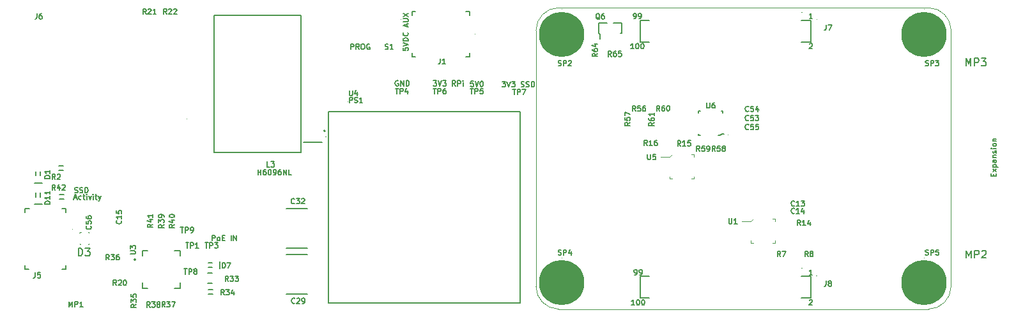
<source format=gbr>
G04 #@! TF.GenerationSoftware,KiCad,Pcbnew,6.0.11+dfsg-1~bpo11+1*
G04 #@! TF.CreationDate,2023-05-25T13:31:40+02:00*
G04 #@! TF.ProjectId,scalenode-cm4-baseboard,7363616c-656e-46f6-9465-2d636d342d62,1.1.1*
G04 #@! TF.SameCoordinates,Original*
G04 #@! TF.FileFunction,Legend,Top*
G04 #@! TF.FilePolarity,Positive*
%FSLAX46Y46*%
G04 Gerber Fmt 4.6, Leading zero omitted, Abs format (unit mm)*
G04 Created by KiCad (PCBNEW 6.0.11+dfsg-1~bpo11+1) date 2023-05-25 13:31:40*
%MOMM*%
%LPD*%
G01*
G04 APERTURE LIST*
%ADD10C,0.150000*%
%ADD11C,0.125000*%
%ADD12C,0.126000*%
%ADD13C,0.100000*%
%ADD14C,6.000000*%
G04 APERTURE END LIST*
D10*
X80891666Y-81941666D02*
X81225000Y-81941666D01*
X80825000Y-82141666D02*
X81058333Y-81441666D01*
X81291666Y-82141666D01*
X81825000Y-82108333D02*
X81758333Y-82141666D01*
X81625000Y-82141666D01*
X81558333Y-82108333D01*
X81525000Y-82075000D01*
X81491666Y-82008333D01*
X81491666Y-81808333D01*
X81525000Y-81741666D01*
X81558333Y-81708333D01*
X81625000Y-81675000D01*
X81758333Y-81675000D01*
X81825000Y-81708333D01*
X82025000Y-81675000D02*
X82291666Y-81675000D01*
X82125000Y-81441666D02*
X82125000Y-82041666D01*
X82158333Y-82108333D01*
X82225000Y-82141666D01*
X82291666Y-82141666D01*
X82525000Y-82141666D02*
X82525000Y-81675000D01*
X82525000Y-81441666D02*
X82491666Y-81475000D01*
X82525000Y-81508333D01*
X82558333Y-81475000D01*
X82525000Y-81441666D01*
X82525000Y-81508333D01*
X82791666Y-81675000D02*
X82958333Y-82141666D01*
X83125000Y-81675000D01*
X83391666Y-82141666D02*
X83391666Y-81675000D01*
X83391666Y-81441666D02*
X83358333Y-81475000D01*
X83391666Y-81508333D01*
X83425000Y-81475000D01*
X83391666Y-81441666D01*
X83391666Y-81508333D01*
X83625000Y-81675000D02*
X83891666Y-81675000D01*
X83725000Y-81441666D02*
X83725000Y-82041666D01*
X83758333Y-82108333D01*
X83825000Y-82141666D01*
X83891666Y-82141666D01*
X84058333Y-81675000D02*
X84225000Y-82141666D01*
X84391666Y-81675000D02*
X84225000Y-82141666D01*
X84158333Y-82308333D01*
X84125000Y-82341666D01*
X84058333Y-82375000D01*
X124441666Y-62025000D02*
X124441666Y-62358333D01*
X124775000Y-62391666D01*
X124741666Y-62358333D01*
X124708333Y-62291666D01*
X124708333Y-62125000D01*
X124741666Y-62058333D01*
X124775000Y-62025000D01*
X124841666Y-61991666D01*
X125008333Y-61991666D01*
X125075000Y-62025000D01*
X125108333Y-62058333D01*
X125141666Y-62125000D01*
X125141666Y-62291666D01*
X125108333Y-62358333D01*
X125075000Y-62391666D01*
X124441666Y-61791666D02*
X125141666Y-61558333D01*
X124441666Y-61325000D01*
X125141666Y-61091666D02*
X124441666Y-61091666D01*
X124441666Y-60925000D01*
X124475000Y-60825000D01*
X124541666Y-60758333D01*
X124608333Y-60725000D01*
X124741666Y-60691666D01*
X124841666Y-60691666D01*
X124975000Y-60725000D01*
X125041666Y-60758333D01*
X125108333Y-60825000D01*
X125141666Y-60925000D01*
X125141666Y-61091666D01*
X125075000Y-59991666D02*
X125108333Y-60025000D01*
X125141666Y-60125000D01*
X125141666Y-60191666D01*
X125108333Y-60291666D01*
X125041666Y-60358333D01*
X124975000Y-60391666D01*
X124841666Y-60425000D01*
X124741666Y-60425000D01*
X124608333Y-60391666D01*
X124541666Y-60358333D01*
X124475000Y-60291666D01*
X124441666Y-60191666D01*
X124441666Y-60125000D01*
X124475000Y-60025000D01*
X124508333Y-59991666D01*
X124941666Y-59191666D02*
X124941666Y-58858333D01*
X125141666Y-59258333D02*
X124441666Y-59025000D01*
X125141666Y-58791666D01*
X124441666Y-58558333D02*
X125008333Y-58558333D01*
X125075000Y-58525000D01*
X125108333Y-58491666D01*
X125141666Y-58425000D01*
X125141666Y-58291666D01*
X125108333Y-58225000D01*
X125075000Y-58191666D01*
X125008333Y-58158333D01*
X124441666Y-58158333D01*
X124441666Y-57891666D02*
X125141666Y-57425000D01*
X124441666Y-57425000D02*
X125141666Y-57891666D01*
X99158333Y-87616666D02*
X99158333Y-86916666D01*
X99425000Y-86916666D01*
X99491666Y-86950000D01*
X99525000Y-86983333D01*
X99558333Y-87050000D01*
X99558333Y-87150000D01*
X99525000Y-87216666D01*
X99491666Y-87250000D01*
X99425000Y-87283333D01*
X99158333Y-87283333D01*
X99958333Y-87616666D02*
X99891666Y-87583333D01*
X99858333Y-87550000D01*
X99825000Y-87483333D01*
X99825000Y-87283333D01*
X99858333Y-87216666D01*
X99891666Y-87183333D01*
X99958333Y-87150000D01*
X100058333Y-87150000D01*
X100125000Y-87183333D01*
X100158333Y-87216666D01*
X100191666Y-87283333D01*
X100191666Y-87483333D01*
X100158333Y-87550000D01*
X100125000Y-87583333D01*
X100058333Y-87616666D01*
X99958333Y-87616666D01*
X100491666Y-87250000D02*
X100725000Y-87250000D01*
X100825000Y-87616666D02*
X100491666Y-87616666D01*
X100491666Y-86916666D01*
X100825000Y-86916666D01*
X101658333Y-87616666D02*
X101658333Y-86916666D01*
X101991666Y-87616666D02*
X101991666Y-86916666D01*
X102391666Y-87616666D01*
X102391666Y-86916666D01*
X133772500Y-66441666D02*
X133439166Y-66441666D01*
X133405833Y-66775000D01*
X133439166Y-66741666D01*
X133505833Y-66708333D01*
X133672500Y-66708333D01*
X133739166Y-66741666D01*
X133772500Y-66775000D01*
X133805833Y-66841666D01*
X133805833Y-67008333D01*
X133772500Y-67075000D01*
X133739166Y-67108333D01*
X133672500Y-67141666D01*
X133505833Y-67141666D01*
X133439166Y-67108333D01*
X133405833Y-67075000D01*
X134005833Y-66441666D02*
X134239166Y-67141666D01*
X134472500Y-66441666D01*
X134839166Y-66441666D02*
X134905833Y-66441666D01*
X134972500Y-66475000D01*
X135005833Y-66508333D01*
X135039166Y-66575000D01*
X135072500Y-66708333D01*
X135072500Y-66875000D01*
X135039166Y-67008333D01*
X135005833Y-67075000D01*
X134972500Y-67108333D01*
X134905833Y-67141666D01*
X134839166Y-67141666D01*
X134772500Y-67108333D01*
X134739166Y-67075000D01*
X134705833Y-67008333D01*
X134672500Y-66875000D01*
X134672500Y-66708333D01*
X134705833Y-66575000D01*
X134739166Y-66508333D01*
X134772500Y-66475000D01*
X134839166Y-66441666D01*
X137597500Y-66491666D02*
X138030833Y-66491666D01*
X137797500Y-66758333D01*
X137897500Y-66758333D01*
X137964166Y-66791666D01*
X137997500Y-66825000D01*
X138030833Y-66891666D01*
X138030833Y-67058333D01*
X137997500Y-67125000D01*
X137964166Y-67158333D01*
X137897500Y-67191666D01*
X137697500Y-67191666D01*
X137630833Y-67158333D01*
X137597500Y-67125000D01*
X138230833Y-66491666D02*
X138464166Y-67191666D01*
X138697500Y-66491666D01*
X138864166Y-66491666D02*
X139297500Y-66491666D01*
X139064166Y-66758333D01*
X139164166Y-66758333D01*
X139230833Y-66791666D01*
X139264166Y-66825000D01*
X139297500Y-66891666D01*
X139297500Y-67058333D01*
X139264166Y-67125000D01*
X139230833Y-67158333D01*
X139164166Y-67191666D01*
X138964166Y-67191666D01*
X138897500Y-67158333D01*
X138864166Y-67125000D01*
X140097500Y-67158333D02*
X140197500Y-67191666D01*
X140364166Y-67191666D01*
X140430833Y-67158333D01*
X140464166Y-67125000D01*
X140497500Y-67058333D01*
X140497500Y-66991666D01*
X140464166Y-66925000D01*
X140430833Y-66891666D01*
X140364166Y-66858333D01*
X140230833Y-66825000D01*
X140164166Y-66791666D01*
X140130833Y-66758333D01*
X140097500Y-66691666D01*
X140097500Y-66625000D01*
X140130833Y-66558333D01*
X140164166Y-66525000D01*
X140230833Y-66491666D01*
X140397500Y-66491666D01*
X140497500Y-66525000D01*
X140764166Y-67158333D02*
X140864166Y-67191666D01*
X141030833Y-67191666D01*
X141097500Y-67158333D01*
X141130833Y-67125000D01*
X141164166Y-67058333D01*
X141164166Y-66991666D01*
X141130833Y-66925000D01*
X141097500Y-66891666D01*
X141030833Y-66858333D01*
X140897500Y-66825000D01*
X140830833Y-66791666D01*
X140797500Y-66758333D01*
X140764166Y-66691666D01*
X140764166Y-66625000D01*
X140797500Y-66558333D01*
X140830833Y-66525000D01*
X140897500Y-66491666D01*
X141064166Y-66491666D01*
X141164166Y-66525000D01*
X141464166Y-67191666D02*
X141464166Y-66491666D01*
X141630833Y-66491666D01*
X141730833Y-66525000D01*
X141797500Y-66591666D01*
X141830833Y-66658333D01*
X141864166Y-66791666D01*
X141864166Y-66891666D01*
X141830833Y-67025000D01*
X141797500Y-67091666D01*
X141730833Y-67158333D01*
X141630833Y-67191666D01*
X141464166Y-67191666D01*
X128472500Y-66366666D02*
X128905833Y-66366666D01*
X128672500Y-66633333D01*
X128772500Y-66633333D01*
X128839166Y-66666666D01*
X128872500Y-66700000D01*
X128905833Y-66766666D01*
X128905833Y-66933333D01*
X128872500Y-67000000D01*
X128839166Y-67033333D01*
X128772500Y-67066666D01*
X128572500Y-67066666D01*
X128505833Y-67033333D01*
X128472500Y-67000000D01*
X129105833Y-66366666D02*
X129339166Y-67066666D01*
X129572500Y-66366666D01*
X129739166Y-66366666D02*
X130172500Y-66366666D01*
X129939166Y-66633333D01*
X130039166Y-66633333D01*
X130105833Y-66666666D01*
X130139166Y-66700000D01*
X130172500Y-66766666D01*
X130172500Y-66933333D01*
X130139166Y-67000000D01*
X130105833Y-67033333D01*
X130039166Y-67066666D01*
X129839166Y-67066666D01*
X129772500Y-67033333D01*
X129739166Y-67000000D01*
X131405833Y-67066666D02*
X131172500Y-66733333D01*
X131005833Y-67066666D02*
X131005833Y-66366666D01*
X131272500Y-66366666D01*
X131339166Y-66400000D01*
X131372500Y-66433333D01*
X131405833Y-66500000D01*
X131405833Y-66600000D01*
X131372500Y-66666666D01*
X131339166Y-66700000D01*
X131272500Y-66733333D01*
X131005833Y-66733333D01*
X131705833Y-67066666D02*
X131705833Y-66366666D01*
X131972500Y-66366666D01*
X132039166Y-66400000D01*
X132072500Y-66433333D01*
X132105833Y-66500000D01*
X132105833Y-66600000D01*
X132072500Y-66666666D01*
X132039166Y-66700000D01*
X131972500Y-66733333D01*
X131705833Y-66733333D01*
X132405833Y-67066666D02*
X132405833Y-66600000D01*
X132405833Y-66366666D02*
X132372500Y-66400000D01*
X132405833Y-66433333D01*
X132439166Y-66400000D01*
X132405833Y-66366666D01*
X132405833Y-66433333D01*
X117525000Y-62216666D02*
X117525000Y-61516666D01*
X117791666Y-61516666D01*
X117858333Y-61550000D01*
X117891666Y-61583333D01*
X117925000Y-61650000D01*
X117925000Y-61750000D01*
X117891666Y-61816666D01*
X117858333Y-61850000D01*
X117791666Y-61883333D01*
X117525000Y-61883333D01*
X118625000Y-62216666D02*
X118391666Y-61883333D01*
X118225000Y-62216666D02*
X118225000Y-61516666D01*
X118491666Y-61516666D01*
X118558333Y-61550000D01*
X118591666Y-61583333D01*
X118625000Y-61650000D01*
X118625000Y-61750000D01*
X118591666Y-61816666D01*
X118558333Y-61850000D01*
X118491666Y-61883333D01*
X118225000Y-61883333D01*
X119058333Y-61516666D02*
X119191666Y-61516666D01*
X119258333Y-61550000D01*
X119325000Y-61616666D01*
X119358333Y-61750000D01*
X119358333Y-61983333D01*
X119325000Y-62116666D01*
X119258333Y-62183333D01*
X119191666Y-62216666D01*
X119058333Y-62216666D01*
X118991666Y-62183333D01*
X118925000Y-62116666D01*
X118891666Y-61983333D01*
X118891666Y-61750000D01*
X118925000Y-61616666D01*
X118991666Y-61550000D01*
X119058333Y-61516666D01*
X120025000Y-61550000D02*
X119958333Y-61516666D01*
X119858333Y-61516666D01*
X119758333Y-61550000D01*
X119691666Y-61616666D01*
X119658333Y-61683333D01*
X119625000Y-61816666D01*
X119625000Y-61916666D01*
X119658333Y-62050000D01*
X119691666Y-62116666D01*
X119758333Y-62183333D01*
X119858333Y-62216666D01*
X119925000Y-62216666D01*
X120025000Y-62183333D01*
X120058333Y-62150000D01*
X120058333Y-61916666D01*
X119925000Y-61916666D01*
X202700000Y-79036666D02*
X202700000Y-78803333D01*
X203066666Y-78703333D02*
X203066666Y-79036666D01*
X202366666Y-79036666D01*
X202366666Y-78703333D01*
X203066666Y-78470000D02*
X202600000Y-78103333D01*
X202600000Y-78470000D02*
X203066666Y-78103333D01*
X202600000Y-77836666D02*
X203300000Y-77836666D01*
X202633333Y-77836666D02*
X202600000Y-77770000D01*
X202600000Y-77636666D01*
X202633333Y-77570000D01*
X202666666Y-77536666D01*
X202733333Y-77503333D01*
X202933333Y-77503333D01*
X203000000Y-77536666D01*
X203033333Y-77570000D01*
X203066666Y-77636666D01*
X203066666Y-77770000D01*
X203033333Y-77836666D01*
X203066666Y-76903333D02*
X202700000Y-76903333D01*
X202633333Y-76936666D01*
X202600000Y-77003333D01*
X202600000Y-77136666D01*
X202633333Y-77203333D01*
X203033333Y-76903333D02*
X203066666Y-76970000D01*
X203066666Y-77136666D01*
X203033333Y-77203333D01*
X202966666Y-77236666D01*
X202900000Y-77236666D01*
X202833333Y-77203333D01*
X202800000Y-77136666D01*
X202800000Y-76970000D01*
X202766666Y-76903333D01*
X202600000Y-76570000D02*
X203066666Y-76570000D01*
X202666666Y-76570000D02*
X202633333Y-76536666D01*
X202600000Y-76470000D01*
X202600000Y-76370000D01*
X202633333Y-76303333D01*
X202700000Y-76270000D01*
X203066666Y-76270000D01*
X203033333Y-75970000D02*
X203066666Y-75903333D01*
X203066666Y-75770000D01*
X203033333Y-75703333D01*
X202966666Y-75670000D01*
X202933333Y-75670000D01*
X202866666Y-75703333D01*
X202833333Y-75770000D01*
X202833333Y-75870000D01*
X202800000Y-75936666D01*
X202733333Y-75970000D01*
X202700000Y-75970000D01*
X202633333Y-75936666D01*
X202600000Y-75870000D01*
X202600000Y-75770000D01*
X202633333Y-75703333D01*
X203066666Y-75370000D02*
X202600000Y-75370000D01*
X202366666Y-75370000D02*
X202400000Y-75403333D01*
X202433333Y-75370000D01*
X202400000Y-75336666D01*
X202366666Y-75370000D01*
X202433333Y-75370000D01*
X203066666Y-74936666D02*
X203033333Y-75003333D01*
X203000000Y-75036666D01*
X202933333Y-75070000D01*
X202733333Y-75070000D01*
X202666666Y-75036666D01*
X202633333Y-75003333D01*
X202600000Y-74936666D01*
X202600000Y-74836666D01*
X202633333Y-74770000D01*
X202666666Y-74736666D01*
X202733333Y-74703333D01*
X202933333Y-74703333D01*
X203000000Y-74736666D01*
X203033333Y-74770000D01*
X203066666Y-74836666D01*
X203066666Y-74936666D01*
X202600000Y-74403333D02*
X203066666Y-74403333D01*
X202666666Y-74403333D02*
X202633333Y-74370000D01*
X202600000Y-74303333D01*
X202600000Y-74203333D01*
X202633333Y-74136666D01*
X202700000Y-74103333D01*
X203066666Y-74103333D01*
X123805833Y-66400000D02*
X123739166Y-66366666D01*
X123639166Y-66366666D01*
X123539166Y-66400000D01*
X123472500Y-66466666D01*
X123439166Y-66533333D01*
X123405833Y-66666666D01*
X123405833Y-66766666D01*
X123439166Y-66900000D01*
X123472500Y-66966666D01*
X123539166Y-67033333D01*
X123639166Y-67066666D01*
X123705833Y-67066666D01*
X123805833Y-67033333D01*
X123839166Y-67000000D01*
X123839166Y-66766666D01*
X123705833Y-66766666D01*
X124139166Y-67066666D02*
X124139166Y-66366666D01*
X124539166Y-67066666D01*
X124539166Y-66366666D01*
X124872500Y-67066666D02*
X124872500Y-66366666D01*
X125039166Y-66366666D01*
X125139166Y-66400000D01*
X125205833Y-66466666D01*
X125239166Y-66533333D01*
X125272500Y-66666666D01*
X125272500Y-66766666D01*
X125239166Y-66900000D01*
X125205833Y-66966666D01*
X125139166Y-67033333D01*
X125039166Y-67066666D01*
X124872500Y-67066666D01*
X80941666Y-81233333D02*
X81041666Y-81266666D01*
X81208333Y-81266666D01*
X81275000Y-81233333D01*
X81308333Y-81200000D01*
X81341666Y-81133333D01*
X81341666Y-81066666D01*
X81308333Y-81000000D01*
X81275000Y-80966666D01*
X81208333Y-80933333D01*
X81075000Y-80900000D01*
X81008333Y-80866666D01*
X80975000Y-80833333D01*
X80941666Y-80766666D01*
X80941666Y-80700000D01*
X80975000Y-80633333D01*
X81008333Y-80600000D01*
X81075000Y-80566666D01*
X81241666Y-80566666D01*
X81341666Y-80600000D01*
X81608333Y-81233333D02*
X81708333Y-81266666D01*
X81875000Y-81266666D01*
X81941666Y-81233333D01*
X81975000Y-81200000D01*
X82008333Y-81133333D01*
X82008333Y-81066666D01*
X81975000Y-81000000D01*
X81941666Y-80966666D01*
X81875000Y-80933333D01*
X81741666Y-80900000D01*
X81675000Y-80866666D01*
X81641666Y-80833333D01*
X81608333Y-80766666D01*
X81608333Y-80700000D01*
X81641666Y-80633333D01*
X81675000Y-80600000D01*
X81741666Y-80566666D01*
X81908333Y-80566666D01*
X82008333Y-80600000D01*
X82308333Y-81266666D02*
X82308333Y-80566666D01*
X82475000Y-80566666D01*
X82575000Y-80600000D01*
X82641666Y-80666666D01*
X82675000Y-80733333D01*
X82708333Y-80866666D01*
X82708333Y-80966666D01*
X82675000Y-81100000D01*
X82641666Y-81166666D01*
X82575000Y-81233333D01*
X82475000Y-81266666D01*
X82308333Y-81266666D01*
X193666833Y-89483333D02*
X193766833Y-89516666D01*
X193933500Y-89516666D01*
X194000166Y-89483333D01*
X194033500Y-89450000D01*
X194066833Y-89383333D01*
X194066833Y-89316666D01*
X194033500Y-89250000D01*
X194000166Y-89216666D01*
X193933500Y-89183333D01*
X193800166Y-89150000D01*
X193733500Y-89116666D01*
X193700166Y-89083333D01*
X193666833Y-89016666D01*
X193666833Y-88950000D01*
X193700166Y-88883333D01*
X193733500Y-88850000D01*
X193800166Y-88816666D01*
X193966833Y-88816666D01*
X194066833Y-88850000D01*
X194366833Y-89516666D02*
X194366833Y-88816666D01*
X194633500Y-88816666D01*
X194700166Y-88850000D01*
X194733500Y-88883333D01*
X194766833Y-88950000D01*
X194766833Y-89050000D01*
X194733500Y-89116666D01*
X194700166Y-89150000D01*
X194633500Y-89183333D01*
X194366833Y-89183333D01*
X195400166Y-88816666D02*
X195066833Y-88816666D01*
X195033500Y-89150000D01*
X195066833Y-89116666D01*
X195133500Y-89083333D01*
X195300166Y-89083333D01*
X195366833Y-89116666D01*
X195400166Y-89150000D01*
X195433500Y-89216666D01*
X195433500Y-89383333D01*
X195400166Y-89450000D01*
X195366833Y-89483333D01*
X195300166Y-89516666D01*
X195133500Y-89516666D01*
X195066833Y-89483333D01*
X195033500Y-89450000D01*
X145005833Y-89483333D02*
X145105833Y-89516666D01*
X145272500Y-89516666D01*
X145339166Y-89483333D01*
X145372500Y-89450000D01*
X145405833Y-89383333D01*
X145405833Y-89316666D01*
X145372500Y-89250000D01*
X145339166Y-89216666D01*
X145272500Y-89183333D01*
X145139166Y-89150000D01*
X145072500Y-89116666D01*
X145039166Y-89083333D01*
X145005833Y-89016666D01*
X145005833Y-88950000D01*
X145039166Y-88883333D01*
X145072500Y-88850000D01*
X145139166Y-88816666D01*
X145305833Y-88816666D01*
X145405833Y-88850000D01*
X145705833Y-89516666D02*
X145705833Y-88816666D01*
X145972500Y-88816666D01*
X146039166Y-88850000D01*
X146072500Y-88883333D01*
X146105833Y-88950000D01*
X146105833Y-89050000D01*
X146072500Y-89116666D01*
X146039166Y-89150000D01*
X145972500Y-89183333D01*
X145705833Y-89183333D01*
X146705833Y-89050000D02*
X146705833Y-89516666D01*
X146539166Y-88783333D02*
X146372500Y-89283333D01*
X146805833Y-89283333D01*
X193666833Y-64358333D02*
X193766833Y-64391666D01*
X193933500Y-64391666D01*
X194000166Y-64358333D01*
X194033500Y-64325000D01*
X194066833Y-64258333D01*
X194066833Y-64191666D01*
X194033500Y-64125000D01*
X194000166Y-64091666D01*
X193933500Y-64058333D01*
X193800166Y-64025000D01*
X193733500Y-63991666D01*
X193700166Y-63958333D01*
X193666833Y-63891666D01*
X193666833Y-63825000D01*
X193700166Y-63758333D01*
X193733500Y-63725000D01*
X193800166Y-63691666D01*
X193966833Y-63691666D01*
X194066833Y-63725000D01*
X194366833Y-64391666D02*
X194366833Y-63691666D01*
X194633500Y-63691666D01*
X194700166Y-63725000D01*
X194733500Y-63758333D01*
X194766833Y-63825000D01*
X194766833Y-63925000D01*
X194733500Y-63991666D01*
X194700166Y-64025000D01*
X194633500Y-64058333D01*
X194366833Y-64058333D01*
X195000166Y-63691666D02*
X195433500Y-63691666D01*
X195200166Y-63958333D01*
X195300166Y-63958333D01*
X195366833Y-63991666D01*
X195400166Y-64025000D01*
X195433500Y-64091666D01*
X195433500Y-64258333D01*
X195400166Y-64325000D01*
X195366833Y-64358333D01*
X195300166Y-64391666D01*
X195100166Y-64391666D01*
X195033500Y-64358333D01*
X195000166Y-64325000D01*
X145005833Y-64358333D02*
X145105833Y-64391666D01*
X145272500Y-64391666D01*
X145339166Y-64358333D01*
X145372500Y-64325000D01*
X145405833Y-64258333D01*
X145405833Y-64191666D01*
X145372500Y-64125000D01*
X145339166Y-64091666D01*
X145272500Y-64058333D01*
X145139166Y-64025000D01*
X145072500Y-63991666D01*
X145039166Y-63958333D01*
X145005833Y-63891666D01*
X145005833Y-63825000D01*
X145039166Y-63758333D01*
X145072500Y-63725000D01*
X145139166Y-63691666D01*
X145305833Y-63691666D01*
X145405833Y-63725000D01*
X145705833Y-64391666D02*
X145705833Y-63691666D01*
X145972500Y-63691666D01*
X146039166Y-63725000D01*
X146072500Y-63758333D01*
X146105833Y-63825000D01*
X146105833Y-63925000D01*
X146072500Y-63991666D01*
X146039166Y-64025000D01*
X145972500Y-64058333D01*
X145705833Y-64058333D01*
X146372500Y-63758333D02*
X146405833Y-63725000D01*
X146472500Y-63691666D01*
X146639166Y-63691666D01*
X146705833Y-63725000D01*
X146739166Y-63758333D01*
X146772500Y-63825000D01*
X146772500Y-63891666D01*
X146739166Y-63991666D01*
X146339166Y-64391666D01*
X146772500Y-64391666D01*
X161239166Y-75016666D02*
X161005833Y-74683333D01*
X160839166Y-75016666D02*
X160839166Y-74316666D01*
X161105833Y-74316666D01*
X161172500Y-74350000D01*
X161205833Y-74383333D01*
X161239166Y-74450000D01*
X161239166Y-74550000D01*
X161205833Y-74616666D01*
X161172500Y-74650000D01*
X161105833Y-74683333D01*
X160839166Y-74683333D01*
X161905833Y-75016666D02*
X161505833Y-75016666D01*
X161705833Y-75016666D02*
X161705833Y-74316666D01*
X161639166Y-74416666D01*
X161572500Y-74483333D01*
X161505833Y-74516666D01*
X162539166Y-74316666D02*
X162205833Y-74316666D01*
X162172500Y-74650000D01*
X162205833Y-74616666D01*
X162272500Y-74583333D01*
X162439166Y-74583333D01*
X162505833Y-74616666D01*
X162539166Y-74650000D01*
X162572500Y-74716666D01*
X162572500Y-74883333D01*
X162539166Y-74950000D01*
X162505833Y-74983333D01*
X162439166Y-75016666D01*
X162272500Y-75016666D01*
X162205833Y-74983333D01*
X162172500Y-74950000D01*
X176314166Y-83925000D02*
X176280833Y-83958333D01*
X176180833Y-83991666D01*
X176114166Y-83991666D01*
X176014166Y-83958333D01*
X175947500Y-83891666D01*
X175914166Y-83825000D01*
X175880833Y-83691666D01*
X175880833Y-83591666D01*
X175914166Y-83458333D01*
X175947500Y-83391666D01*
X176014166Y-83325000D01*
X176114166Y-83291666D01*
X176180833Y-83291666D01*
X176280833Y-83325000D01*
X176314166Y-83358333D01*
X176980833Y-83991666D02*
X176580833Y-83991666D01*
X176780833Y-83991666D02*
X176780833Y-83291666D01*
X176714166Y-83391666D01*
X176647500Y-83458333D01*
X176580833Y-83491666D01*
X177580833Y-83525000D02*
X177580833Y-83991666D01*
X177414166Y-83258333D02*
X177247500Y-83758333D01*
X177680833Y-83758333D01*
X176314166Y-82950000D02*
X176280833Y-82983333D01*
X176180833Y-83016666D01*
X176114166Y-83016666D01*
X176014166Y-82983333D01*
X175947500Y-82916666D01*
X175914166Y-82850000D01*
X175880833Y-82716666D01*
X175880833Y-82616666D01*
X175914166Y-82483333D01*
X175947500Y-82416666D01*
X176014166Y-82350000D01*
X176114166Y-82316666D01*
X176180833Y-82316666D01*
X176280833Y-82350000D01*
X176314166Y-82383333D01*
X176980833Y-83016666D02*
X176580833Y-83016666D01*
X176780833Y-83016666D02*
X176780833Y-82316666D01*
X176714166Y-82416666D01*
X176647500Y-82483333D01*
X176580833Y-82516666D01*
X177214166Y-82316666D02*
X177647500Y-82316666D01*
X177414166Y-82583333D01*
X177514166Y-82583333D01*
X177580833Y-82616666D01*
X177614166Y-82650000D01*
X177647500Y-82716666D01*
X177647500Y-82883333D01*
X177614166Y-82950000D01*
X177580833Y-82983333D01*
X177514166Y-83016666D01*
X177314166Y-83016666D01*
X177247500Y-82983333D01*
X177214166Y-82950000D01*
X78364166Y-79491666D02*
X78130833Y-79158333D01*
X77964166Y-79491666D02*
X77964166Y-78791666D01*
X78230833Y-78791666D01*
X78297500Y-78825000D01*
X78330833Y-78858333D01*
X78364166Y-78925000D01*
X78364166Y-79025000D01*
X78330833Y-79091666D01*
X78297500Y-79125000D01*
X78230833Y-79158333D01*
X77964166Y-79158333D01*
X78630833Y-78858333D02*
X78664166Y-78825000D01*
X78730833Y-78791666D01*
X78897500Y-78791666D01*
X78964166Y-78825000D01*
X78997500Y-78858333D01*
X79030833Y-78925000D01*
X79030833Y-78991666D01*
X78997500Y-79091666D01*
X78597500Y-79491666D01*
X79030833Y-79491666D01*
X93139166Y-57541666D02*
X92905833Y-57208333D01*
X92739166Y-57541666D02*
X92739166Y-56841666D01*
X93005833Y-56841666D01*
X93072500Y-56875000D01*
X93105833Y-56908333D01*
X93139166Y-56975000D01*
X93139166Y-57075000D01*
X93105833Y-57141666D01*
X93072500Y-57175000D01*
X93005833Y-57208333D01*
X92739166Y-57208333D01*
X93405833Y-56908333D02*
X93439166Y-56875000D01*
X93505833Y-56841666D01*
X93672500Y-56841666D01*
X93739166Y-56875000D01*
X93772500Y-56908333D01*
X93805833Y-56975000D01*
X93805833Y-57041666D01*
X93772500Y-57141666D01*
X93372500Y-57541666D01*
X93805833Y-57541666D01*
X94072500Y-56908333D02*
X94105833Y-56875000D01*
X94172500Y-56841666D01*
X94339166Y-56841666D01*
X94405833Y-56875000D01*
X94439166Y-56908333D01*
X94472500Y-56975000D01*
X94472500Y-57041666D01*
X94439166Y-57141666D01*
X94039166Y-57541666D01*
X94472500Y-57541666D01*
X90414166Y-57541666D02*
X90180833Y-57208333D01*
X90014166Y-57541666D02*
X90014166Y-56841666D01*
X90280833Y-56841666D01*
X90347500Y-56875000D01*
X90380833Y-56908333D01*
X90414166Y-56975000D01*
X90414166Y-57075000D01*
X90380833Y-57141666D01*
X90347500Y-57175000D01*
X90280833Y-57208333D01*
X90014166Y-57208333D01*
X90680833Y-56908333D02*
X90714166Y-56875000D01*
X90780833Y-56841666D01*
X90947500Y-56841666D01*
X91014166Y-56875000D01*
X91047500Y-56908333D01*
X91080833Y-56975000D01*
X91080833Y-57041666D01*
X91047500Y-57141666D01*
X90647500Y-57541666D01*
X91080833Y-57541666D01*
X91747500Y-57541666D02*
X91347500Y-57541666D01*
X91547500Y-57541666D02*
X91547500Y-56841666D01*
X91480833Y-56941666D01*
X91414166Y-57008333D01*
X91347500Y-57041666D01*
X180511886Y-58949346D02*
X180511886Y-59449346D01*
X180478553Y-59549346D01*
X180411886Y-59616013D01*
X180311886Y-59649346D01*
X180245220Y-59649346D01*
X180778553Y-58949346D02*
X181245220Y-58949346D01*
X180945220Y-59649346D01*
X180511886Y-92949346D02*
X180511886Y-93449346D01*
X180478553Y-93549346D01*
X180411886Y-93616013D01*
X180311886Y-93649346D01*
X180245220Y-93649346D01*
X180945220Y-93249346D02*
X180878553Y-93216013D01*
X180845220Y-93182680D01*
X180811886Y-93116013D01*
X180811886Y-93082680D01*
X180845220Y-93016013D01*
X180878553Y-92982680D01*
X180945220Y-92949346D01*
X181078553Y-92949346D01*
X181145220Y-92982680D01*
X181178553Y-93016013D01*
X181211886Y-93082680D01*
X181211886Y-93116013D01*
X181178553Y-93182680D01*
X181145220Y-93216013D01*
X181078553Y-93249346D01*
X180945220Y-93249346D01*
X180878553Y-93282680D01*
X180845220Y-93316013D01*
X180811886Y-93382680D01*
X180811886Y-93516013D01*
X180845220Y-93582680D01*
X180878553Y-93616013D01*
X180945220Y-93649346D01*
X181078553Y-93649346D01*
X181145220Y-93616013D01*
X181178553Y-93582680D01*
X181211886Y-93516013D01*
X181211886Y-93382680D01*
X181178553Y-93316013D01*
X181145220Y-93282680D01*
X181078553Y-93249346D01*
X177114166Y-85591666D02*
X176880833Y-85258333D01*
X176714166Y-85591666D02*
X176714166Y-84891666D01*
X176980833Y-84891666D01*
X177047500Y-84925000D01*
X177080833Y-84958333D01*
X177114166Y-85025000D01*
X177114166Y-85125000D01*
X177080833Y-85191666D01*
X177047500Y-85225000D01*
X176980833Y-85258333D01*
X176714166Y-85258333D01*
X177780833Y-85591666D02*
X177380833Y-85591666D01*
X177580833Y-85591666D02*
X177580833Y-84891666D01*
X177514166Y-84991666D01*
X177447500Y-85058333D01*
X177380833Y-85091666D01*
X178380833Y-85125000D02*
X178380833Y-85591666D01*
X178214166Y-84858333D02*
X178047500Y-85358333D01*
X178480833Y-85358333D01*
X87100000Y-84935833D02*
X87133333Y-84969166D01*
X87166666Y-85069166D01*
X87166666Y-85135833D01*
X87133333Y-85235833D01*
X87066666Y-85302500D01*
X87000000Y-85335833D01*
X86866666Y-85369166D01*
X86766666Y-85369166D01*
X86633333Y-85335833D01*
X86566666Y-85302500D01*
X86500000Y-85235833D01*
X86466666Y-85135833D01*
X86466666Y-85069166D01*
X86500000Y-84969166D01*
X86533333Y-84935833D01*
X87166666Y-84269166D02*
X87166666Y-84669166D01*
X87166666Y-84469166D02*
X86466666Y-84469166D01*
X86566666Y-84535833D01*
X86633333Y-84602500D01*
X86666666Y-84669166D01*
X86466666Y-83635833D02*
X86466666Y-83969166D01*
X86800000Y-84002500D01*
X86766666Y-83969166D01*
X86733333Y-83902500D01*
X86733333Y-83735833D01*
X86766666Y-83669166D01*
X86800000Y-83635833D01*
X86866666Y-83602500D01*
X87033333Y-83602500D01*
X87100000Y-83635833D01*
X87133333Y-83669166D01*
X87166666Y-83735833D01*
X87166666Y-83902500D01*
X87133333Y-83969166D01*
X87100000Y-84002500D01*
X199050476Y-89902380D02*
X199050476Y-88902380D01*
X199383809Y-89616666D01*
X199717142Y-88902380D01*
X199717142Y-89902380D01*
X200193333Y-89902380D02*
X200193333Y-88902380D01*
X200574285Y-88902380D01*
X200669523Y-88950000D01*
X200717142Y-88997619D01*
X200764761Y-89092857D01*
X200764761Y-89235714D01*
X200717142Y-89330952D01*
X200669523Y-89378571D01*
X200574285Y-89426190D01*
X200193333Y-89426190D01*
X201145714Y-88997619D02*
X201193333Y-88950000D01*
X201288571Y-88902380D01*
X201526666Y-88902380D01*
X201621904Y-88950000D01*
X201669523Y-88997619D01*
X201717142Y-89092857D01*
X201717142Y-89188095D01*
X201669523Y-89330952D01*
X201098095Y-89902380D01*
X201717142Y-89902380D01*
X199030476Y-64412380D02*
X199030476Y-63412380D01*
X199363809Y-64126666D01*
X199697142Y-63412380D01*
X199697142Y-64412380D01*
X200173333Y-64412380D02*
X200173333Y-63412380D01*
X200554285Y-63412380D01*
X200649523Y-63460000D01*
X200697142Y-63507619D01*
X200744761Y-63602857D01*
X200744761Y-63745714D01*
X200697142Y-63840952D01*
X200649523Y-63888571D01*
X200554285Y-63936190D01*
X200173333Y-63936190D01*
X201078095Y-63412380D02*
X201697142Y-63412380D01*
X201363809Y-63793333D01*
X201506666Y-63793333D01*
X201601904Y-63840952D01*
X201649523Y-63888571D01*
X201697142Y-63983809D01*
X201697142Y-64221904D01*
X201649523Y-64317142D01*
X201601904Y-64364761D01*
X201506666Y-64412380D01*
X201220952Y-64412380D01*
X201125714Y-64364761D01*
X201078095Y-64317142D01*
X150216666Y-62760833D02*
X149883333Y-62994166D01*
X150216666Y-63160833D02*
X149516666Y-63160833D01*
X149516666Y-62894166D01*
X149550000Y-62827500D01*
X149583333Y-62794166D01*
X149650000Y-62760833D01*
X149750000Y-62760833D01*
X149816666Y-62794166D01*
X149850000Y-62827500D01*
X149883333Y-62894166D01*
X149883333Y-63160833D01*
X149516666Y-62160833D02*
X149516666Y-62294166D01*
X149550000Y-62360833D01*
X149583333Y-62394166D01*
X149683333Y-62460833D01*
X149816666Y-62494166D01*
X150083333Y-62494166D01*
X150150000Y-62460833D01*
X150183333Y-62427500D01*
X150216666Y-62360833D01*
X150216666Y-62227500D01*
X150183333Y-62160833D01*
X150150000Y-62127500D01*
X150083333Y-62094166D01*
X149916666Y-62094166D01*
X149850000Y-62127500D01*
X149816666Y-62160833D01*
X149783333Y-62227500D01*
X149783333Y-62360833D01*
X149816666Y-62427500D01*
X149850000Y-62460833D01*
X149916666Y-62494166D01*
X149750000Y-61494166D02*
X150216666Y-61494166D01*
X149483333Y-61660833D02*
X149983333Y-61827500D01*
X149983333Y-61394166D01*
X152064166Y-63166666D02*
X151830833Y-62833333D01*
X151664166Y-63166666D02*
X151664166Y-62466666D01*
X151930833Y-62466666D01*
X151997500Y-62500000D01*
X152030833Y-62533333D01*
X152064166Y-62600000D01*
X152064166Y-62700000D01*
X152030833Y-62766666D01*
X151997500Y-62800000D01*
X151930833Y-62833333D01*
X151664166Y-62833333D01*
X152664166Y-62466666D02*
X152530833Y-62466666D01*
X152464166Y-62500000D01*
X152430833Y-62533333D01*
X152364166Y-62633333D01*
X152330833Y-62766666D01*
X152330833Y-63033333D01*
X152364166Y-63100000D01*
X152397500Y-63133333D01*
X152464166Y-63166666D01*
X152597500Y-63166666D01*
X152664166Y-63133333D01*
X152697500Y-63100000D01*
X152730833Y-63033333D01*
X152730833Y-62866666D01*
X152697500Y-62800000D01*
X152664166Y-62766666D01*
X152597500Y-62733333D01*
X152464166Y-62733333D01*
X152397500Y-62766666D01*
X152364166Y-62800000D01*
X152330833Y-62866666D01*
X153364166Y-62466666D02*
X153030833Y-62466666D01*
X152997500Y-62800000D01*
X153030833Y-62766666D01*
X153097500Y-62733333D01*
X153264166Y-62733333D01*
X153330833Y-62766666D01*
X153364166Y-62800000D01*
X153397500Y-62866666D01*
X153397500Y-63033333D01*
X153364166Y-63100000D01*
X153330833Y-63133333D01*
X153264166Y-63166666D01*
X153097500Y-63166666D01*
X153030833Y-63133333D01*
X152997500Y-63100000D01*
X167616666Y-84666666D02*
X167616666Y-85233333D01*
X167650000Y-85300000D01*
X167683333Y-85333333D01*
X167750000Y-85366666D01*
X167883333Y-85366666D01*
X167950000Y-85333333D01*
X167983333Y-85300000D01*
X168016666Y-85233333D01*
X168016666Y-84666666D01*
X168716666Y-85366666D02*
X168316666Y-85366666D01*
X168516666Y-85366666D02*
X168516666Y-84666666D01*
X168450000Y-84766666D01*
X168383333Y-84833333D01*
X168316666Y-84866666D01*
X106797500Y-77816666D02*
X106464166Y-77816666D01*
X106464166Y-77116666D01*
X106964166Y-77116666D02*
X107397500Y-77116666D01*
X107164166Y-77383333D01*
X107264166Y-77383333D01*
X107330833Y-77416666D01*
X107364166Y-77450000D01*
X107397500Y-77516666D01*
X107397500Y-77683333D01*
X107364166Y-77750000D01*
X107330833Y-77783333D01*
X107264166Y-77816666D01*
X107064166Y-77816666D01*
X106997500Y-77783333D01*
X106964166Y-77750000D01*
X105214166Y-78866666D02*
X105214166Y-78166666D01*
X105214166Y-78500000D02*
X105614166Y-78500000D01*
X105614166Y-78866666D02*
X105614166Y-78166666D01*
X106247500Y-78166666D02*
X106114166Y-78166666D01*
X106047500Y-78200000D01*
X106014166Y-78233333D01*
X105947500Y-78333333D01*
X105914166Y-78466666D01*
X105914166Y-78733333D01*
X105947500Y-78800000D01*
X105980833Y-78833333D01*
X106047500Y-78866666D01*
X106180833Y-78866666D01*
X106247500Y-78833333D01*
X106280833Y-78800000D01*
X106314166Y-78733333D01*
X106314166Y-78566666D01*
X106280833Y-78500000D01*
X106247500Y-78466666D01*
X106180833Y-78433333D01*
X106047500Y-78433333D01*
X105980833Y-78466666D01*
X105947500Y-78500000D01*
X105914166Y-78566666D01*
X106747500Y-78166666D02*
X106814166Y-78166666D01*
X106880833Y-78200000D01*
X106914166Y-78233333D01*
X106947500Y-78300000D01*
X106980833Y-78433333D01*
X106980833Y-78600000D01*
X106947500Y-78733333D01*
X106914166Y-78800000D01*
X106880833Y-78833333D01*
X106814166Y-78866666D01*
X106747500Y-78866666D01*
X106680833Y-78833333D01*
X106647500Y-78800000D01*
X106614166Y-78733333D01*
X106580833Y-78600000D01*
X106580833Y-78433333D01*
X106614166Y-78300000D01*
X106647500Y-78233333D01*
X106680833Y-78200000D01*
X106747500Y-78166666D01*
X107314166Y-78866666D02*
X107447500Y-78866666D01*
X107514166Y-78833333D01*
X107547500Y-78800000D01*
X107614166Y-78700000D01*
X107647500Y-78566666D01*
X107647500Y-78300000D01*
X107614166Y-78233333D01*
X107580833Y-78200000D01*
X107514166Y-78166666D01*
X107380833Y-78166666D01*
X107314166Y-78200000D01*
X107280833Y-78233333D01*
X107247500Y-78300000D01*
X107247500Y-78466666D01*
X107280833Y-78533333D01*
X107314166Y-78566666D01*
X107380833Y-78600000D01*
X107514166Y-78600000D01*
X107580833Y-78566666D01*
X107614166Y-78533333D01*
X107647500Y-78466666D01*
X108247500Y-78166666D02*
X108114166Y-78166666D01*
X108047500Y-78200000D01*
X108014166Y-78233333D01*
X107947500Y-78333333D01*
X107914166Y-78466666D01*
X107914166Y-78733333D01*
X107947500Y-78800000D01*
X107980833Y-78833333D01*
X108047500Y-78866666D01*
X108180833Y-78866666D01*
X108247500Y-78833333D01*
X108280833Y-78800000D01*
X108314166Y-78733333D01*
X108314166Y-78566666D01*
X108280833Y-78500000D01*
X108247500Y-78466666D01*
X108180833Y-78433333D01*
X108047500Y-78433333D01*
X107980833Y-78466666D01*
X107947500Y-78500000D01*
X107914166Y-78566666D01*
X108614166Y-78866666D02*
X108614166Y-78166666D01*
X109014166Y-78866666D01*
X109014166Y-78166666D01*
X109680833Y-78866666D02*
X109347500Y-78866666D01*
X109347500Y-78166666D01*
X164689166Y-69316666D02*
X164689166Y-69883333D01*
X164722500Y-69950000D01*
X164755833Y-69983333D01*
X164822500Y-70016666D01*
X164955833Y-70016666D01*
X165022500Y-69983333D01*
X165055833Y-69950000D01*
X165089166Y-69883333D01*
X165089166Y-69316666D01*
X165722500Y-69316666D02*
X165589166Y-69316666D01*
X165522500Y-69350000D01*
X165489166Y-69383333D01*
X165422500Y-69483333D01*
X165389166Y-69616666D01*
X165389166Y-69883333D01*
X165422500Y-69950000D01*
X165455833Y-69983333D01*
X165522500Y-70016666D01*
X165655833Y-70016666D01*
X165722500Y-69983333D01*
X165755833Y-69950000D01*
X165789166Y-69883333D01*
X165789166Y-69716666D01*
X165755833Y-69650000D01*
X165722500Y-69616666D01*
X165655833Y-69583333D01*
X165522500Y-69583333D01*
X165455833Y-69616666D01*
X165422500Y-69650000D01*
X165389166Y-69716666D01*
X170239166Y-70400000D02*
X170205833Y-70433333D01*
X170105833Y-70466666D01*
X170039166Y-70466666D01*
X169939166Y-70433333D01*
X169872500Y-70366666D01*
X169839166Y-70300000D01*
X169805833Y-70166666D01*
X169805833Y-70066666D01*
X169839166Y-69933333D01*
X169872500Y-69866666D01*
X169939166Y-69800000D01*
X170039166Y-69766666D01*
X170105833Y-69766666D01*
X170205833Y-69800000D01*
X170239166Y-69833333D01*
X170872500Y-69766666D02*
X170539166Y-69766666D01*
X170505833Y-70100000D01*
X170539166Y-70066666D01*
X170605833Y-70033333D01*
X170772500Y-70033333D01*
X170839166Y-70066666D01*
X170872500Y-70100000D01*
X170905833Y-70166666D01*
X170905833Y-70333333D01*
X170872500Y-70400000D01*
X170839166Y-70433333D01*
X170772500Y-70466666D01*
X170605833Y-70466666D01*
X170539166Y-70433333D01*
X170505833Y-70400000D01*
X171505833Y-70000000D02*
X171505833Y-70466666D01*
X171339166Y-69733333D02*
X171172500Y-70233333D01*
X171605833Y-70233333D01*
X170239166Y-71600000D02*
X170205833Y-71633333D01*
X170105833Y-71666666D01*
X170039166Y-71666666D01*
X169939166Y-71633333D01*
X169872500Y-71566666D01*
X169839166Y-71500000D01*
X169805833Y-71366666D01*
X169805833Y-71266666D01*
X169839166Y-71133333D01*
X169872500Y-71066666D01*
X169939166Y-71000000D01*
X170039166Y-70966666D01*
X170105833Y-70966666D01*
X170205833Y-71000000D01*
X170239166Y-71033333D01*
X170872500Y-70966666D02*
X170539166Y-70966666D01*
X170505833Y-71300000D01*
X170539166Y-71266666D01*
X170605833Y-71233333D01*
X170772500Y-71233333D01*
X170839166Y-71266666D01*
X170872500Y-71300000D01*
X170905833Y-71366666D01*
X170905833Y-71533333D01*
X170872500Y-71600000D01*
X170839166Y-71633333D01*
X170772500Y-71666666D01*
X170605833Y-71666666D01*
X170539166Y-71633333D01*
X170505833Y-71600000D01*
X171139166Y-70966666D02*
X171572500Y-70966666D01*
X171339166Y-71233333D01*
X171439166Y-71233333D01*
X171505833Y-71266666D01*
X171539166Y-71300000D01*
X171572500Y-71366666D01*
X171572500Y-71533333D01*
X171539166Y-71600000D01*
X171505833Y-71633333D01*
X171439166Y-71666666D01*
X171239166Y-71666666D01*
X171172500Y-71633333D01*
X171139166Y-71600000D01*
X163764166Y-75741666D02*
X163530833Y-75408333D01*
X163364166Y-75741666D02*
X163364166Y-75041666D01*
X163630833Y-75041666D01*
X163697500Y-75075000D01*
X163730833Y-75108333D01*
X163764166Y-75175000D01*
X163764166Y-75275000D01*
X163730833Y-75341666D01*
X163697500Y-75375000D01*
X163630833Y-75408333D01*
X163364166Y-75408333D01*
X164397500Y-75041666D02*
X164064166Y-75041666D01*
X164030833Y-75375000D01*
X164064166Y-75341666D01*
X164130833Y-75308333D01*
X164297500Y-75308333D01*
X164364166Y-75341666D01*
X164397500Y-75375000D01*
X164430833Y-75441666D01*
X164430833Y-75608333D01*
X164397500Y-75675000D01*
X164364166Y-75708333D01*
X164297500Y-75741666D01*
X164130833Y-75741666D01*
X164064166Y-75708333D01*
X164030833Y-75675000D01*
X164764166Y-75741666D02*
X164897500Y-75741666D01*
X164964166Y-75708333D01*
X164997500Y-75675000D01*
X165064166Y-75575000D01*
X165097500Y-75441666D01*
X165097500Y-75175000D01*
X165064166Y-75108333D01*
X165030833Y-75075000D01*
X164964166Y-75041666D01*
X164830833Y-75041666D01*
X164764166Y-75075000D01*
X164730833Y-75108333D01*
X164697500Y-75175000D01*
X164697500Y-75341666D01*
X164730833Y-75408333D01*
X164764166Y-75441666D01*
X164830833Y-75475000D01*
X164964166Y-75475000D01*
X165030833Y-75441666D01*
X165064166Y-75408333D01*
X165097500Y-75341666D01*
X165814166Y-75741666D02*
X165580833Y-75408333D01*
X165414166Y-75741666D02*
X165414166Y-75041666D01*
X165680833Y-75041666D01*
X165747500Y-75075000D01*
X165780833Y-75108333D01*
X165814166Y-75175000D01*
X165814166Y-75275000D01*
X165780833Y-75341666D01*
X165747500Y-75375000D01*
X165680833Y-75408333D01*
X165414166Y-75408333D01*
X166447500Y-75041666D02*
X166114166Y-75041666D01*
X166080833Y-75375000D01*
X166114166Y-75341666D01*
X166180833Y-75308333D01*
X166347500Y-75308333D01*
X166414166Y-75341666D01*
X166447500Y-75375000D01*
X166480833Y-75441666D01*
X166480833Y-75608333D01*
X166447500Y-75675000D01*
X166414166Y-75708333D01*
X166347500Y-75741666D01*
X166180833Y-75741666D01*
X166114166Y-75708333D01*
X166080833Y-75675000D01*
X166880833Y-75341666D02*
X166814166Y-75308333D01*
X166780833Y-75275000D01*
X166747500Y-75208333D01*
X166747500Y-75175000D01*
X166780833Y-75108333D01*
X166814166Y-75075000D01*
X166880833Y-75041666D01*
X167014166Y-75041666D01*
X167080833Y-75075000D01*
X167114166Y-75108333D01*
X167147500Y-75175000D01*
X167147500Y-75208333D01*
X167114166Y-75275000D01*
X167080833Y-75308333D01*
X167014166Y-75341666D01*
X166880833Y-75341666D01*
X166814166Y-75375000D01*
X166780833Y-75408333D01*
X166747500Y-75475000D01*
X166747500Y-75608333D01*
X166780833Y-75675000D01*
X166814166Y-75708333D01*
X166880833Y-75741666D01*
X167014166Y-75741666D01*
X167080833Y-75708333D01*
X167114166Y-75675000D01*
X167147500Y-75608333D01*
X167147500Y-75475000D01*
X167114166Y-75408333D01*
X167080833Y-75375000D01*
X167014166Y-75341666D01*
X158464166Y-70391666D02*
X158230833Y-70058333D01*
X158064166Y-70391666D02*
X158064166Y-69691666D01*
X158330833Y-69691666D01*
X158397500Y-69725000D01*
X158430833Y-69758333D01*
X158464166Y-69825000D01*
X158464166Y-69925000D01*
X158430833Y-69991666D01*
X158397500Y-70025000D01*
X158330833Y-70058333D01*
X158064166Y-70058333D01*
X159064166Y-69691666D02*
X158930833Y-69691666D01*
X158864166Y-69725000D01*
X158830833Y-69758333D01*
X158764166Y-69858333D01*
X158730833Y-69991666D01*
X158730833Y-70258333D01*
X158764166Y-70325000D01*
X158797500Y-70358333D01*
X158864166Y-70391666D01*
X158997500Y-70391666D01*
X159064166Y-70358333D01*
X159097500Y-70325000D01*
X159130833Y-70258333D01*
X159130833Y-70091666D01*
X159097500Y-70025000D01*
X159064166Y-69991666D01*
X158997500Y-69958333D01*
X158864166Y-69958333D01*
X158797500Y-69991666D01*
X158764166Y-70025000D01*
X158730833Y-70091666D01*
X159564166Y-69691666D02*
X159630833Y-69691666D01*
X159697500Y-69725000D01*
X159730833Y-69758333D01*
X159764166Y-69825000D01*
X159797500Y-69958333D01*
X159797500Y-70125000D01*
X159764166Y-70258333D01*
X159730833Y-70325000D01*
X159697500Y-70358333D01*
X159630833Y-70391666D01*
X159564166Y-70391666D01*
X159497500Y-70358333D01*
X159464166Y-70325000D01*
X159430833Y-70258333D01*
X159397500Y-70125000D01*
X159397500Y-69958333D01*
X159430833Y-69825000D01*
X159464166Y-69758333D01*
X159497500Y-69725000D01*
X159564166Y-69691666D01*
X157716666Y-71960833D02*
X157383333Y-72194166D01*
X157716666Y-72360833D02*
X157016666Y-72360833D01*
X157016666Y-72094166D01*
X157050000Y-72027500D01*
X157083333Y-71994166D01*
X157150000Y-71960833D01*
X157250000Y-71960833D01*
X157316666Y-71994166D01*
X157350000Y-72027500D01*
X157383333Y-72094166D01*
X157383333Y-72360833D01*
X157016666Y-71360833D02*
X157016666Y-71494166D01*
X157050000Y-71560833D01*
X157083333Y-71594166D01*
X157183333Y-71660833D01*
X157316666Y-71694166D01*
X157583333Y-71694166D01*
X157650000Y-71660833D01*
X157683333Y-71627500D01*
X157716666Y-71560833D01*
X157716666Y-71427500D01*
X157683333Y-71360833D01*
X157650000Y-71327500D01*
X157583333Y-71294166D01*
X157416666Y-71294166D01*
X157350000Y-71327500D01*
X157316666Y-71360833D01*
X157283333Y-71427500D01*
X157283333Y-71560833D01*
X157316666Y-71627500D01*
X157350000Y-71660833D01*
X157416666Y-71694166D01*
X157716666Y-70627500D02*
X157716666Y-71027500D01*
X157716666Y-70827500D02*
X157016666Y-70827500D01*
X157116666Y-70894166D01*
X157183333Y-70960833D01*
X157216666Y-71027500D01*
X155264166Y-70416666D02*
X155030833Y-70083333D01*
X154864166Y-70416666D02*
X154864166Y-69716666D01*
X155130833Y-69716666D01*
X155197500Y-69750000D01*
X155230833Y-69783333D01*
X155264166Y-69850000D01*
X155264166Y-69950000D01*
X155230833Y-70016666D01*
X155197500Y-70050000D01*
X155130833Y-70083333D01*
X154864166Y-70083333D01*
X155897500Y-69716666D02*
X155564166Y-69716666D01*
X155530833Y-70050000D01*
X155564166Y-70016666D01*
X155630833Y-69983333D01*
X155797500Y-69983333D01*
X155864166Y-70016666D01*
X155897500Y-70050000D01*
X155930833Y-70116666D01*
X155930833Y-70283333D01*
X155897500Y-70350000D01*
X155864166Y-70383333D01*
X155797500Y-70416666D01*
X155630833Y-70416666D01*
X155564166Y-70383333D01*
X155530833Y-70350000D01*
X156530833Y-69716666D02*
X156397500Y-69716666D01*
X156330833Y-69750000D01*
X156297500Y-69783333D01*
X156230833Y-69883333D01*
X156197500Y-70016666D01*
X156197500Y-70283333D01*
X156230833Y-70350000D01*
X156264166Y-70383333D01*
X156330833Y-70416666D01*
X156464166Y-70416666D01*
X156530833Y-70383333D01*
X156564166Y-70350000D01*
X156597500Y-70283333D01*
X156597500Y-70116666D01*
X156564166Y-70050000D01*
X156530833Y-70016666D01*
X156464166Y-69983333D01*
X156330833Y-69983333D01*
X156264166Y-70016666D01*
X156230833Y-70050000D01*
X156197500Y-70116666D01*
X154541666Y-71910833D02*
X154208333Y-72144166D01*
X154541666Y-72310833D02*
X153841666Y-72310833D01*
X153841666Y-72044166D01*
X153875000Y-71977500D01*
X153908333Y-71944166D01*
X153975000Y-71910833D01*
X154075000Y-71910833D01*
X154141666Y-71944166D01*
X154175000Y-71977500D01*
X154208333Y-72044166D01*
X154208333Y-72310833D01*
X153841666Y-71277500D02*
X153841666Y-71610833D01*
X154175000Y-71644166D01*
X154141666Y-71610833D01*
X154108333Y-71544166D01*
X154108333Y-71377500D01*
X154141666Y-71310833D01*
X154175000Y-71277500D01*
X154241666Y-71244166D01*
X154408333Y-71244166D01*
X154475000Y-71277500D01*
X154508333Y-71310833D01*
X154541666Y-71377500D01*
X154541666Y-71544166D01*
X154508333Y-71610833D01*
X154475000Y-71644166D01*
X153841666Y-71010833D02*
X153841666Y-70544166D01*
X154541666Y-70844166D01*
X150505833Y-58233333D02*
X150439166Y-58200000D01*
X150372500Y-58133333D01*
X150272500Y-58033333D01*
X150205833Y-58000000D01*
X150139166Y-58000000D01*
X150172500Y-58166666D02*
X150105833Y-58133333D01*
X150039166Y-58066666D01*
X150005833Y-57933333D01*
X150005833Y-57700000D01*
X150039166Y-57566666D01*
X150105833Y-57500000D01*
X150172500Y-57466666D01*
X150305833Y-57466666D01*
X150372500Y-57500000D01*
X150439166Y-57566666D01*
X150472500Y-57700000D01*
X150472500Y-57933333D01*
X150439166Y-58066666D01*
X150372500Y-58133333D01*
X150305833Y-58166666D01*
X150172500Y-58166666D01*
X151072500Y-57466666D02*
X150939166Y-57466666D01*
X150872500Y-57500000D01*
X150839166Y-57533333D01*
X150772500Y-57633333D01*
X150739166Y-57766666D01*
X150739166Y-58033333D01*
X150772500Y-58100000D01*
X150805833Y-58133333D01*
X150872500Y-58166666D01*
X151005833Y-58166666D01*
X151072500Y-58133333D01*
X151105833Y-58100000D01*
X151139166Y-58033333D01*
X151139166Y-57866666D01*
X151105833Y-57800000D01*
X151072500Y-57766666D01*
X151005833Y-57733333D01*
X150872500Y-57733333D01*
X150805833Y-57766666D01*
X150772500Y-57800000D01*
X150739166Y-57866666D01*
X174464166Y-89741666D02*
X174230833Y-89408333D01*
X174064166Y-89741666D02*
X174064166Y-89041666D01*
X174330833Y-89041666D01*
X174397500Y-89075000D01*
X174430833Y-89108333D01*
X174464166Y-89175000D01*
X174464166Y-89275000D01*
X174430833Y-89341666D01*
X174397500Y-89375000D01*
X174330833Y-89408333D01*
X174064166Y-89408333D01*
X174697500Y-89041666D02*
X175164166Y-89041666D01*
X174864166Y-89741666D01*
X178114166Y-89716666D02*
X177880833Y-89383333D01*
X177714166Y-89716666D02*
X177714166Y-89016666D01*
X177980833Y-89016666D01*
X178047500Y-89050000D01*
X178080833Y-89083333D01*
X178114166Y-89150000D01*
X178114166Y-89250000D01*
X178080833Y-89316666D01*
X178047500Y-89350000D01*
X177980833Y-89383333D01*
X177714166Y-89383333D01*
X178514166Y-89316666D02*
X178447500Y-89283333D01*
X178414166Y-89250000D01*
X178380833Y-89183333D01*
X178380833Y-89150000D01*
X178414166Y-89083333D01*
X178447500Y-89050000D01*
X178514166Y-89016666D01*
X178647500Y-89016666D01*
X178714166Y-89050000D01*
X178747500Y-89083333D01*
X178780833Y-89150000D01*
X178780833Y-89183333D01*
X178747500Y-89250000D01*
X178714166Y-89283333D01*
X178647500Y-89316666D01*
X178514166Y-89316666D01*
X178447500Y-89350000D01*
X178414166Y-89383333D01*
X178380833Y-89450000D01*
X178380833Y-89583333D01*
X178414166Y-89650000D01*
X178447500Y-89683333D01*
X178514166Y-89716666D01*
X178647500Y-89716666D01*
X178714166Y-89683333D01*
X178747500Y-89650000D01*
X178780833Y-89583333D01*
X178780833Y-89450000D01*
X178747500Y-89383333D01*
X178714166Y-89350000D01*
X178647500Y-89316666D01*
X170239166Y-72800000D02*
X170205833Y-72833333D01*
X170105833Y-72866666D01*
X170039166Y-72866666D01*
X169939166Y-72833333D01*
X169872500Y-72766666D01*
X169839166Y-72700000D01*
X169805833Y-72566666D01*
X169805833Y-72466666D01*
X169839166Y-72333333D01*
X169872500Y-72266666D01*
X169939166Y-72200000D01*
X170039166Y-72166666D01*
X170105833Y-72166666D01*
X170205833Y-72200000D01*
X170239166Y-72233333D01*
X170872500Y-72166666D02*
X170539166Y-72166666D01*
X170505833Y-72500000D01*
X170539166Y-72466666D01*
X170605833Y-72433333D01*
X170772500Y-72433333D01*
X170839166Y-72466666D01*
X170872500Y-72500000D01*
X170905833Y-72566666D01*
X170905833Y-72733333D01*
X170872500Y-72800000D01*
X170839166Y-72833333D01*
X170772500Y-72866666D01*
X170605833Y-72866666D01*
X170539166Y-72833333D01*
X170505833Y-72800000D01*
X171539166Y-72166666D02*
X171205833Y-72166666D01*
X171172500Y-72500000D01*
X171205833Y-72466666D01*
X171272500Y-72433333D01*
X171439166Y-72433333D01*
X171505833Y-72466666D01*
X171539166Y-72500000D01*
X171572500Y-72566666D01*
X171572500Y-72733333D01*
X171539166Y-72800000D01*
X171505833Y-72833333D01*
X171439166Y-72866666D01*
X171272500Y-72866666D01*
X171205833Y-72833333D01*
X171172500Y-72800000D01*
X156814166Y-74991666D02*
X156580833Y-74658333D01*
X156414166Y-74991666D02*
X156414166Y-74291666D01*
X156680833Y-74291666D01*
X156747500Y-74325000D01*
X156780833Y-74358333D01*
X156814166Y-74425000D01*
X156814166Y-74525000D01*
X156780833Y-74591666D01*
X156747500Y-74625000D01*
X156680833Y-74658333D01*
X156414166Y-74658333D01*
X157480833Y-74991666D02*
X157080833Y-74991666D01*
X157280833Y-74991666D02*
X157280833Y-74291666D01*
X157214166Y-74391666D01*
X157147500Y-74458333D01*
X157080833Y-74491666D01*
X158080833Y-74291666D02*
X157947500Y-74291666D01*
X157880833Y-74325000D01*
X157847500Y-74358333D01*
X157780833Y-74458333D01*
X157747500Y-74591666D01*
X157747500Y-74858333D01*
X157780833Y-74925000D01*
X157814166Y-74958333D01*
X157880833Y-74991666D01*
X158014166Y-74991666D01*
X158080833Y-74958333D01*
X158114166Y-74925000D01*
X158147500Y-74858333D01*
X158147500Y-74691666D01*
X158114166Y-74625000D01*
X158080833Y-74591666D01*
X158014166Y-74558333D01*
X157880833Y-74558333D01*
X157814166Y-74591666D01*
X157780833Y-74625000D01*
X157747500Y-74691666D01*
X156841666Y-76141666D02*
X156841666Y-76708333D01*
X156875000Y-76775000D01*
X156908333Y-76808333D01*
X156975000Y-76841666D01*
X157108333Y-76841666D01*
X157175000Y-76808333D01*
X157208333Y-76775000D01*
X157241666Y-76708333D01*
X157241666Y-76141666D01*
X157908333Y-76141666D02*
X157575000Y-76141666D01*
X157541666Y-76475000D01*
X157575000Y-76441666D01*
X157641666Y-76408333D01*
X157808333Y-76408333D01*
X157875000Y-76441666D01*
X157908333Y-76475000D01*
X157941666Y-76541666D01*
X157941666Y-76708333D01*
X157908333Y-76775000D01*
X157875000Y-76808333D01*
X157808333Y-76841666D01*
X157641666Y-76841666D01*
X157575000Y-76808333D01*
X157541666Y-76775000D01*
X75714166Y-91841666D02*
X75714166Y-92341666D01*
X75680833Y-92441666D01*
X75614166Y-92508333D01*
X75514166Y-92541666D01*
X75447500Y-92541666D01*
X76380833Y-91841666D02*
X76047500Y-91841666D01*
X76014166Y-92175000D01*
X76047500Y-92141666D01*
X76114166Y-92108333D01*
X76280833Y-92108333D01*
X76347500Y-92141666D01*
X76380833Y-92175000D01*
X76414166Y-92241666D01*
X76414166Y-92408333D01*
X76380833Y-92475000D01*
X76347500Y-92508333D01*
X76280833Y-92541666D01*
X76114166Y-92541666D01*
X76047500Y-92508333D01*
X76014166Y-92475000D01*
X80164166Y-96391666D02*
X80164166Y-95691666D01*
X80397500Y-96191666D01*
X80630833Y-95691666D01*
X80630833Y-96391666D01*
X80964166Y-96391666D02*
X80964166Y-95691666D01*
X81230833Y-95691666D01*
X81297500Y-95725000D01*
X81330833Y-95758333D01*
X81364166Y-95825000D01*
X81364166Y-95925000D01*
X81330833Y-95991666D01*
X81297500Y-96025000D01*
X81230833Y-96058333D01*
X80964166Y-96058333D01*
X82030833Y-96391666D02*
X81630833Y-96391666D01*
X81830833Y-96391666D02*
X81830833Y-95691666D01*
X81764166Y-95791666D01*
X81697500Y-95858333D01*
X81630833Y-95891666D01*
X122080833Y-62184333D02*
X122180833Y-62217666D01*
X122347500Y-62217666D01*
X122414166Y-62184333D01*
X122447500Y-62151000D01*
X122480833Y-62084333D01*
X122480833Y-62017666D01*
X122447500Y-61951000D01*
X122414166Y-61917666D01*
X122347500Y-61884333D01*
X122214166Y-61851000D01*
X122147500Y-61817666D01*
X122114166Y-61784333D01*
X122080833Y-61717666D01*
X122080833Y-61651000D01*
X122114166Y-61584333D01*
X122147500Y-61551000D01*
X122214166Y-61517666D01*
X122380833Y-61517666D01*
X122480833Y-61551000D01*
X123147500Y-62217666D02*
X122747500Y-62217666D01*
X122947500Y-62217666D02*
X122947500Y-61517666D01*
X122880833Y-61617666D01*
X122814166Y-61684333D01*
X122747500Y-61717666D01*
X83075000Y-85660833D02*
X83108333Y-85694166D01*
X83141666Y-85794166D01*
X83141666Y-85860833D01*
X83108333Y-85960833D01*
X83041666Y-86027500D01*
X82975000Y-86060833D01*
X82841666Y-86094166D01*
X82741666Y-86094166D01*
X82608333Y-86060833D01*
X82541666Y-86027500D01*
X82475000Y-85960833D01*
X82441666Y-85860833D01*
X82441666Y-85794166D01*
X82475000Y-85694166D01*
X82508333Y-85660833D01*
X82441666Y-85027500D02*
X82441666Y-85360833D01*
X82775000Y-85394166D01*
X82741666Y-85360833D01*
X82708333Y-85294166D01*
X82708333Y-85127500D01*
X82741666Y-85060833D01*
X82775000Y-85027500D01*
X82841666Y-84994166D01*
X83008333Y-84994166D01*
X83075000Y-85027500D01*
X83108333Y-85060833D01*
X83141666Y-85127500D01*
X83141666Y-85294166D01*
X83108333Y-85360833D01*
X83075000Y-85394166D01*
X82441666Y-84394166D02*
X82441666Y-84527500D01*
X82475000Y-84594166D01*
X82508333Y-84627500D01*
X82608333Y-84694166D01*
X82741666Y-84727500D01*
X83008333Y-84727500D01*
X83075000Y-84694166D01*
X83108333Y-84660833D01*
X83141666Y-84594166D01*
X83141666Y-84460833D01*
X83108333Y-84394166D01*
X83075000Y-84360833D01*
X83008333Y-84327500D01*
X82841666Y-84327500D01*
X82775000Y-84360833D01*
X82741666Y-84394166D01*
X82708333Y-84460833D01*
X82708333Y-84594166D01*
X82741666Y-84660833D01*
X82775000Y-84694166D01*
X82841666Y-84727500D01*
X77691666Y-82760833D02*
X76991666Y-82760833D01*
X76991666Y-82594166D01*
X77025000Y-82494166D01*
X77091666Y-82427500D01*
X77158333Y-82394166D01*
X77291666Y-82360833D01*
X77391666Y-82360833D01*
X77525000Y-82394166D01*
X77591666Y-82427500D01*
X77658333Y-82494166D01*
X77691666Y-82594166D01*
X77691666Y-82760833D01*
X77691666Y-81694166D02*
X77691666Y-82094166D01*
X77691666Y-81894166D02*
X76991666Y-81894166D01*
X77091666Y-81960833D01*
X77158333Y-82027500D01*
X77191666Y-82094166D01*
X77691666Y-81027500D02*
X77691666Y-81427500D01*
X77691666Y-81227500D02*
X76991666Y-81227500D01*
X77091666Y-81294166D01*
X77158333Y-81360833D01*
X77191666Y-81427500D01*
X81436904Y-89627380D02*
X81436904Y-88627380D01*
X81675000Y-88627380D01*
X81817857Y-88675000D01*
X81913095Y-88770238D01*
X81960714Y-88865476D01*
X82008333Y-89055952D01*
X82008333Y-89198809D01*
X81960714Y-89389285D01*
X81913095Y-89484523D01*
X81817857Y-89579761D01*
X81675000Y-89627380D01*
X81436904Y-89627380D01*
X82341666Y-88627380D02*
X82960714Y-88627380D01*
X82627380Y-89008333D01*
X82770238Y-89008333D01*
X82865476Y-89055952D01*
X82913095Y-89103571D01*
X82960714Y-89198809D01*
X82960714Y-89436904D01*
X82913095Y-89532142D01*
X82865476Y-89579761D01*
X82770238Y-89627380D01*
X82484523Y-89627380D01*
X82389285Y-89579761D01*
X82341666Y-89532142D01*
X78364166Y-80891666D02*
X78130833Y-80558333D01*
X77964166Y-80891666D02*
X77964166Y-80191666D01*
X78230833Y-80191666D01*
X78297500Y-80225000D01*
X78330833Y-80258333D01*
X78364166Y-80325000D01*
X78364166Y-80425000D01*
X78330833Y-80491666D01*
X78297500Y-80525000D01*
X78230833Y-80558333D01*
X77964166Y-80558333D01*
X78964166Y-80425000D02*
X78964166Y-80891666D01*
X78797500Y-80158333D02*
X78630833Y-80658333D01*
X79064166Y-80658333D01*
X79297500Y-80258333D02*
X79330833Y-80225000D01*
X79397500Y-80191666D01*
X79564166Y-80191666D01*
X79630833Y-80225000D01*
X79664166Y-80258333D01*
X79697500Y-80325000D01*
X79697500Y-80391666D01*
X79664166Y-80491666D01*
X79264166Y-80891666D01*
X79697500Y-80891666D01*
X138964166Y-67534768D02*
X139364166Y-67534768D01*
X139164166Y-68234768D02*
X139164166Y-67534768D01*
X139597500Y-68234768D02*
X139597500Y-67534768D01*
X139864166Y-67534768D01*
X139930833Y-67568102D01*
X139964166Y-67601435D01*
X139997500Y-67668102D01*
X139997500Y-67768102D01*
X139964166Y-67834768D01*
X139930833Y-67868102D01*
X139864166Y-67901435D01*
X139597500Y-67901435D01*
X140230833Y-67534768D02*
X140697500Y-67534768D01*
X140397500Y-68234768D01*
X117354166Y-69290666D02*
X117354166Y-68590666D01*
X117620833Y-68590666D01*
X117687500Y-68624000D01*
X117720833Y-68657333D01*
X117754166Y-68724000D01*
X117754166Y-68824000D01*
X117720833Y-68890666D01*
X117687500Y-68924000D01*
X117620833Y-68957333D01*
X117354166Y-68957333D01*
X118020833Y-69257333D02*
X118120833Y-69290666D01*
X118287500Y-69290666D01*
X118354166Y-69257333D01*
X118387500Y-69224000D01*
X118420833Y-69157333D01*
X118420833Y-69090666D01*
X118387500Y-69024000D01*
X118354166Y-68990666D01*
X118287500Y-68957333D01*
X118154166Y-68924000D01*
X118087500Y-68890666D01*
X118054166Y-68857333D01*
X118020833Y-68790666D01*
X118020833Y-68724000D01*
X118054166Y-68657333D01*
X118087500Y-68624000D01*
X118154166Y-68590666D01*
X118320833Y-68590666D01*
X118420833Y-68624000D01*
X119087500Y-69290666D02*
X118687500Y-69290666D01*
X118887500Y-69290666D02*
X118887500Y-68590666D01*
X118820833Y-68690666D01*
X118754166Y-68757333D01*
X118687500Y-68790666D01*
X110114166Y-95875000D02*
X110080833Y-95908333D01*
X109980833Y-95941666D01*
X109914166Y-95941666D01*
X109814166Y-95908333D01*
X109747500Y-95841666D01*
X109714166Y-95775000D01*
X109680833Y-95641666D01*
X109680833Y-95541666D01*
X109714166Y-95408333D01*
X109747500Y-95341666D01*
X109814166Y-95275000D01*
X109914166Y-95241666D01*
X109980833Y-95241666D01*
X110080833Y-95275000D01*
X110114166Y-95308333D01*
X110380833Y-95308333D02*
X110414166Y-95275000D01*
X110480833Y-95241666D01*
X110647500Y-95241666D01*
X110714166Y-95275000D01*
X110747500Y-95308333D01*
X110780833Y-95375000D01*
X110780833Y-95441666D01*
X110747500Y-95541666D01*
X110347500Y-95941666D01*
X110780833Y-95941666D01*
X111114166Y-95941666D02*
X111247500Y-95941666D01*
X111314166Y-95908333D01*
X111347500Y-95875000D01*
X111414166Y-95775000D01*
X111447500Y-95641666D01*
X111447500Y-95375000D01*
X111414166Y-95308333D01*
X111380833Y-95275000D01*
X111314166Y-95241666D01*
X111180833Y-95241666D01*
X111114166Y-95275000D01*
X111080833Y-95308333D01*
X111047500Y-95375000D01*
X111047500Y-95541666D01*
X111080833Y-95608333D01*
X111114166Y-95641666D01*
X111180833Y-95675000D01*
X111314166Y-95675000D01*
X111380833Y-95641666D01*
X111414166Y-95608333D01*
X111447500Y-95541666D01*
X101314166Y-92991666D02*
X101080833Y-92658333D01*
X100914166Y-92991666D02*
X100914166Y-92291666D01*
X101180833Y-92291666D01*
X101247500Y-92325000D01*
X101280833Y-92358333D01*
X101314166Y-92425000D01*
X101314166Y-92525000D01*
X101280833Y-92591666D01*
X101247500Y-92625000D01*
X101180833Y-92658333D01*
X100914166Y-92658333D01*
X101547500Y-92291666D02*
X101980833Y-92291666D01*
X101747500Y-92558333D01*
X101847500Y-92558333D01*
X101914166Y-92591666D01*
X101947500Y-92625000D01*
X101980833Y-92691666D01*
X101980833Y-92858333D01*
X101947500Y-92925000D01*
X101914166Y-92958333D01*
X101847500Y-92991666D01*
X101647500Y-92991666D01*
X101580833Y-92958333D01*
X101547500Y-92925000D01*
X102214166Y-92291666D02*
X102647500Y-92291666D01*
X102414166Y-92558333D01*
X102514166Y-92558333D01*
X102580833Y-92591666D01*
X102614166Y-92625000D01*
X102647500Y-92691666D01*
X102647500Y-92858333D01*
X102614166Y-92925000D01*
X102580833Y-92958333D01*
X102514166Y-92991666D01*
X102314166Y-92991666D01*
X102247500Y-92958333D01*
X102214166Y-92925000D01*
X94166666Y-85460833D02*
X93833333Y-85694166D01*
X94166666Y-85860833D02*
X93466666Y-85860833D01*
X93466666Y-85594166D01*
X93500000Y-85527500D01*
X93533333Y-85494166D01*
X93600000Y-85460833D01*
X93700000Y-85460833D01*
X93766666Y-85494166D01*
X93800000Y-85527500D01*
X93833333Y-85594166D01*
X93833333Y-85860833D01*
X93700000Y-84860833D02*
X94166666Y-84860833D01*
X93433333Y-85027500D02*
X93933333Y-85194166D01*
X93933333Y-84760833D01*
X93466666Y-84360833D02*
X93466666Y-84294166D01*
X93500000Y-84227500D01*
X93533333Y-84194166D01*
X93600000Y-84160833D01*
X93733333Y-84127500D01*
X93900000Y-84127500D01*
X94033333Y-84160833D01*
X94100000Y-84194166D01*
X94133333Y-84227500D01*
X94166666Y-84294166D01*
X94166666Y-84360833D01*
X94133333Y-84427500D01*
X94100000Y-84460833D01*
X94033333Y-84494166D01*
X93900000Y-84527500D01*
X93733333Y-84527500D01*
X93600000Y-84494166D01*
X93533333Y-84460833D01*
X93500000Y-84427500D01*
X93466666Y-84360833D01*
X88316666Y-89360833D02*
X88883333Y-89360833D01*
X88950000Y-89327500D01*
X88983333Y-89294166D01*
X89016666Y-89227500D01*
X89016666Y-89094166D01*
X88983333Y-89027500D01*
X88950000Y-88994166D01*
X88883333Y-88960833D01*
X88316666Y-88960833D01*
X88316666Y-88694166D02*
X88316666Y-88260833D01*
X88583333Y-88494166D01*
X88583333Y-88394166D01*
X88616666Y-88327500D01*
X88650000Y-88294166D01*
X88716666Y-88260833D01*
X88883333Y-88260833D01*
X88950000Y-88294166D01*
X88983333Y-88327500D01*
X89016666Y-88394166D01*
X89016666Y-88594166D01*
X88983333Y-88660833D01*
X88950000Y-88694166D01*
X117364166Y-67666666D02*
X117364166Y-68233333D01*
X117397500Y-68300000D01*
X117430833Y-68333333D01*
X117497500Y-68366666D01*
X117630833Y-68366666D01*
X117697500Y-68333333D01*
X117730833Y-68300000D01*
X117764166Y-68233333D01*
X117764166Y-67666666D01*
X118397500Y-67900000D02*
X118397500Y-68366666D01*
X118230833Y-67633333D02*
X118064166Y-68133333D01*
X118497500Y-68133333D01*
X133364166Y-67418968D02*
X133764166Y-67418968D01*
X133564166Y-68118968D02*
X133564166Y-67418968D01*
X133997500Y-68118968D02*
X133997500Y-67418968D01*
X134264166Y-67418968D01*
X134330833Y-67452302D01*
X134364166Y-67485635D01*
X134397500Y-67552302D01*
X134397500Y-67652302D01*
X134364166Y-67718968D01*
X134330833Y-67752302D01*
X134264166Y-67785635D01*
X133997500Y-67785635D01*
X135030833Y-67418968D02*
X134697500Y-67418968D01*
X134664166Y-67752302D01*
X134697500Y-67718968D01*
X134764166Y-67685635D01*
X134930833Y-67685635D01*
X134997500Y-67718968D01*
X135030833Y-67752302D01*
X135064166Y-67818968D01*
X135064166Y-67985635D01*
X135030833Y-68052302D01*
X134997500Y-68085635D01*
X134930833Y-68118968D01*
X134764166Y-68118968D01*
X134697500Y-68085635D01*
X134664166Y-68052302D01*
X89116666Y-96035833D02*
X88783333Y-96269166D01*
X89116666Y-96435833D02*
X88416666Y-96435833D01*
X88416666Y-96169166D01*
X88450000Y-96102500D01*
X88483333Y-96069166D01*
X88550000Y-96035833D01*
X88650000Y-96035833D01*
X88716666Y-96069166D01*
X88750000Y-96102500D01*
X88783333Y-96169166D01*
X88783333Y-96435833D01*
X88416666Y-95802500D02*
X88416666Y-95369166D01*
X88683333Y-95602500D01*
X88683333Y-95502500D01*
X88716666Y-95435833D01*
X88750000Y-95402500D01*
X88816666Y-95369166D01*
X88983333Y-95369166D01*
X89050000Y-95402500D01*
X89083333Y-95435833D01*
X89116666Y-95502500D01*
X89116666Y-95702500D01*
X89083333Y-95769166D01*
X89050000Y-95802500D01*
X88416666Y-94735833D02*
X88416666Y-95069166D01*
X88750000Y-95102500D01*
X88716666Y-95069166D01*
X88683333Y-95002500D01*
X88683333Y-94835833D01*
X88716666Y-94769166D01*
X88750000Y-94735833D01*
X88816666Y-94702500D01*
X88983333Y-94702500D01*
X89050000Y-94735833D01*
X89083333Y-94769166D01*
X89116666Y-94835833D01*
X89116666Y-95002500D01*
X89083333Y-95069166D01*
X89050000Y-95102500D01*
X75939166Y-57466666D02*
X75939166Y-57966666D01*
X75905833Y-58066666D01*
X75839166Y-58133333D01*
X75739166Y-58166666D01*
X75672500Y-58166666D01*
X76572500Y-57466666D02*
X76439166Y-57466666D01*
X76372500Y-57500000D01*
X76339166Y-57533333D01*
X76272500Y-57633333D01*
X76239166Y-57766666D01*
X76239166Y-58033333D01*
X76272500Y-58100000D01*
X76305833Y-58133333D01*
X76372500Y-58166666D01*
X76505833Y-58166666D01*
X76572500Y-58133333D01*
X76605833Y-58100000D01*
X76639166Y-58033333D01*
X76639166Y-57866666D01*
X76605833Y-57800000D01*
X76572500Y-57766666D01*
X76505833Y-57733333D01*
X76372500Y-57733333D01*
X76305833Y-57766666D01*
X76272500Y-57800000D01*
X76239166Y-57866666D01*
X123449966Y-67418968D02*
X123849966Y-67418968D01*
X123649966Y-68118968D02*
X123649966Y-67418968D01*
X124083300Y-68118968D02*
X124083300Y-67418968D01*
X124349966Y-67418968D01*
X124416633Y-67452302D01*
X124449966Y-67485635D01*
X124483300Y-67552302D01*
X124483300Y-67652302D01*
X124449966Y-67718968D01*
X124416633Y-67752302D01*
X124349966Y-67785635D01*
X124083300Y-67785635D01*
X125083300Y-67652302D02*
X125083300Y-68118968D01*
X124916633Y-67385635D02*
X124749966Y-67885635D01*
X125183300Y-67885635D01*
X90914166Y-96441666D02*
X90680833Y-96108333D01*
X90514166Y-96441666D02*
X90514166Y-95741666D01*
X90780833Y-95741666D01*
X90847500Y-95775000D01*
X90880833Y-95808333D01*
X90914166Y-95875000D01*
X90914166Y-95975000D01*
X90880833Y-96041666D01*
X90847500Y-96075000D01*
X90780833Y-96108333D01*
X90514166Y-96108333D01*
X91147500Y-95741666D02*
X91580833Y-95741666D01*
X91347500Y-96008333D01*
X91447500Y-96008333D01*
X91514166Y-96041666D01*
X91547500Y-96075000D01*
X91580833Y-96141666D01*
X91580833Y-96308333D01*
X91547500Y-96375000D01*
X91514166Y-96408333D01*
X91447500Y-96441666D01*
X91247500Y-96441666D01*
X91180833Y-96408333D01*
X91147500Y-96375000D01*
X91980833Y-96041666D02*
X91914166Y-96008333D01*
X91880833Y-95975000D01*
X91847500Y-95908333D01*
X91847500Y-95875000D01*
X91880833Y-95808333D01*
X91914166Y-95775000D01*
X91980833Y-95741666D01*
X92114166Y-95741666D01*
X92180833Y-95775000D01*
X92214166Y-95808333D01*
X92247500Y-95875000D01*
X92247500Y-95908333D01*
X92214166Y-95975000D01*
X92180833Y-96008333D01*
X92114166Y-96041666D01*
X91980833Y-96041666D01*
X91914166Y-96075000D01*
X91880833Y-96108333D01*
X91847500Y-96175000D01*
X91847500Y-96308333D01*
X91880833Y-96375000D01*
X91914166Y-96408333D01*
X91980833Y-96441666D01*
X92114166Y-96441666D01*
X92180833Y-96408333D01*
X92214166Y-96375000D01*
X92247500Y-96308333D01*
X92247500Y-96175000D01*
X92214166Y-96108333D01*
X92180833Y-96075000D01*
X92114166Y-96041666D01*
X128449966Y-67418968D02*
X128849966Y-67418968D01*
X128649966Y-68118968D02*
X128649966Y-67418968D01*
X129083300Y-68118968D02*
X129083300Y-67418968D01*
X129349966Y-67418968D01*
X129416633Y-67452302D01*
X129449966Y-67485635D01*
X129483300Y-67552302D01*
X129483300Y-67652302D01*
X129449966Y-67718968D01*
X129416633Y-67752302D01*
X129349966Y-67785635D01*
X129083300Y-67785635D01*
X130083300Y-67418968D02*
X129949966Y-67418968D01*
X129883300Y-67452302D01*
X129849966Y-67485635D01*
X129783300Y-67585635D01*
X129749966Y-67718968D01*
X129749966Y-67985635D01*
X129783300Y-68052302D01*
X129816633Y-68085635D01*
X129883300Y-68118968D01*
X130016633Y-68118968D01*
X130083300Y-68085635D01*
X130116633Y-68052302D01*
X130149966Y-67985635D01*
X130149966Y-67818968D01*
X130116633Y-67752302D01*
X130083300Y-67718968D01*
X130016633Y-67685635D01*
X129883300Y-67685635D01*
X129816633Y-67718968D01*
X129783300Y-67752302D01*
X129749966Y-67818968D01*
X94964166Y-85841666D02*
X95364166Y-85841666D01*
X95164166Y-86541666D02*
X95164166Y-85841666D01*
X95597500Y-86541666D02*
X95597500Y-85841666D01*
X95864166Y-85841666D01*
X95930833Y-85875000D01*
X95964166Y-85908333D01*
X95997500Y-85975000D01*
X95997500Y-86075000D01*
X95964166Y-86141666D01*
X95930833Y-86175000D01*
X95864166Y-86208333D01*
X95597500Y-86208333D01*
X96330833Y-86541666D02*
X96464166Y-86541666D01*
X96530833Y-86508333D01*
X96564166Y-86475000D01*
X96630833Y-86375000D01*
X96664166Y-86241666D01*
X96664166Y-85975000D01*
X96630833Y-85908333D01*
X96597500Y-85875000D01*
X96530833Y-85841666D01*
X96397500Y-85841666D01*
X96330833Y-85875000D01*
X96297500Y-85908333D01*
X96264166Y-85975000D01*
X96264166Y-86141666D01*
X96297500Y-86208333D01*
X96330833Y-86241666D01*
X96397500Y-86275000D01*
X96530833Y-86275000D01*
X96597500Y-86241666D01*
X96630833Y-86208333D01*
X96664166Y-86141666D01*
X92766666Y-85485833D02*
X92433333Y-85719166D01*
X92766666Y-85885833D02*
X92066666Y-85885833D01*
X92066666Y-85619166D01*
X92100000Y-85552500D01*
X92133333Y-85519166D01*
X92200000Y-85485833D01*
X92300000Y-85485833D01*
X92366666Y-85519166D01*
X92400000Y-85552500D01*
X92433333Y-85619166D01*
X92433333Y-85885833D01*
X92066666Y-85252500D02*
X92066666Y-84819166D01*
X92333333Y-85052500D01*
X92333333Y-84952500D01*
X92366666Y-84885833D01*
X92400000Y-84852500D01*
X92466666Y-84819166D01*
X92633333Y-84819166D01*
X92700000Y-84852500D01*
X92733333Y-84885833D01*
X92766666Y-84952500D01*
X92766666Y-85152500D01*
X92733333Y-85219166D01*
X92700000Y-85252500D01*
X92766666Y-84485833D02*
X92766666Y-84352500D01*
X92733333Y-84285833D01*
X92700000Y-84252500D01*
X92600000Y-84185833D01*
X92466666Y-84152500D01*
X92200000Y-84152500D01*
X92133333Y-84185833D01*
X92100000Y-84219166D01*
X92066666Y-84285833D01*
X92066666Y-84419166D01*
X92100000Y-84485833D01*
X92133333Y-84519166D01*
X92200000Y-84552500D01*
X92366666Y-84552500D01*
X92433333Y-84519166D01*
X92466666Y-84485833D01*
X92500000Y-84419166D01*
X92500000Y-84285833D01*
X92466666Y-84219166D01*
X92433333Y-84185833D01*
X92366666Y-84152500D01*
X95664166Y-87866666D02*
X96064166Y-87866666D01*
X95864166Y-88566666D02*
X95864166Y-87866666D01*
X96297500Y-88566666D02*
X96297500Y-87866666D01*
X96564166Y-87866666D01*
X96630833Y-87900000D01*
X96664166Y-87933333D01*
X96697500Y-88000000D01*
X96697500Y-88100000D01*
X96664166Y-88166666D01*
X96630833Y-88200000D01*
X96564166Y-88233333D01*
X96297500Y-88233333D01*
X97364166Y-88566666D02*
X96964166Y-88566666D01*
X97164166Y-88566666D02*
X97164166Y-87866666D01*
X97097500Y-87966666D01*
X97030833Y-88033333D01*
X96964166Y-88066666D01*
X86464166Y-93541666D02*
X86230833Y-93208333D01*
X86064166Y-93541666D02*
X86064166Y-92841666D01*
X86330833Y-92841666D01*
X86397500Y-92875000D01*
X86430833Y-92908333D01*
X86464166Y-92975000D01*
X86464166Y-93075000D01*
X86430833Y-93141666D01*
X86397500Y-93175000D01*
X86330833Y-93208333D01*
X86064166Y-93208333D01*
X86730833Y-92908333D02*
X86764166Y-92875000D01*
X86830833Y-92841666D01*
X86997500Y-92841666D01*
X87064166Y-92875000D01*
X87097500Y-92908333D01*
X87130833Y-92975000D01*
X87130833Y-93041666D01*
X87097500Y-93141666D01*
X86697500Y-93541666D01*
X87130833Y-93541666D01*
X87564166Y-92841666D02*
X87630833Y-92841666D01*
X87697500Y-92875000D01*
X87730833Y-92908333D01*
X87764166Y-92975000D01*
X87797500Y-93108333D01*
X87797500Y-93275000D01*
X87764166Y-93408333D01*
X87730833Y-93475000D01*
X87697500Y-93508333D01*
X87630833Y-93541666D01*
X87564166Y-93541666D01*
X87497500Y-93508333D01*
X87464166Y-93475000D01*
X87430833Y-93408333D01*
X87397500Y-93275000D01*
X87397500Y-93108333D01*
X87430833Y-92975000D01*
X87464166Y-92908333D01*
X87497500Y-92875000D01*
X87564166Y-92841666D01*
X98214166Y-87866666D02*
X98614166Y-87866666D01*
X98414166Y-88566666D02*
X98414166Y-87866666D01*
X98847500Y-88566666D02*
X98847500Y-87866666D01*
X99114166Y-87866666D01*
X99180833Y-87900000D01*
X99214166Y-87933333D01*
X99247500Y-88000000D01*
X99247500Y-88100000D01*
X99214166Y-88166666D01*
X99180833Y-88200000D01*
X99114166Y-88233333D01*
X98847500Y-88233333D01*
X99480833Y-87866666D02*
X99914166Y-87866666D01*
X99680833Y-88133333D01*
X99780833Y-88133333D01*
X99847500Y-88166666D01*
X99880833Y-88200000D01*
X99914166Y-88266666D01*
X99914166Y-88433333D01*
X99880833Y-88500000D01*
X99847500Y-88533333D01*
X99780833Y-88566666D01*
X99580833Y-88566666D01*
X99514166Y-88533333D01*
X99480833Y-88500000D01*
X95439166Y-91341666D02*
X95839166Y-91341666D01*
X95639166Y-92041666D02*
X95639166Y-91341666D01*
X96072500Y-92041666D02*
X96072500Y-91341666D01*
X96339166Y-91341666D01*
X96405833Y-91375000D01*
X96439166Y-91408333D01*
X96472500Y-91475000D01*
X96472500Y-91575000D01*
X96439166Y-91641666D01*
X96405833Y-91675000D01*
X96339166Y-91708333D01*
X96072500Y-91708333D01*
X96872500Y-91641666D02*
X96805833Y-91608333D01*
X96772500Y-91575000D01*
X96739166Y-91508333D01*
X96739166Y-91475000D01*
X96772500Y-91408333D01*
X96805833Y-91375000D01*
X96872500Y-91341666D01*
X97005833Y-91341666D01*
X97072500Y-91375000D01*
X97105833Y-91408333D01*
X97139166Y-91475000D01*
X97139166Y-91508333D01*
X97105833Y-91575000D01*
X97072500Y-91608333D01*
X97005833Y-91641666D01*
X96872500Y-91641666D01*
X96805833Y-91675000D01*
X96772500Y-91708333D01*
X96739166Y-91775000D01*
X96739166Y-91908333D01*
X96772500Y-91975000D01*
X96805833Y-92008333D01*
X96872500Y-92041666D01*
X97005833Y-92041666D01*
X97072500Y-92008333D01*
X97105833Y-91975000D01*
X97139166Y-91908333D01*
X97139166Y-91775000D01*
X97105833Y-91708333D01*
X97072500Y-91675000D01*
X97005833Y-91641666D01*
X91291666Y-85435833D02*
X90958333Y-85669166D01*
X91291666Y-85835833D02*
X90591666Y-85835833D01*
X90591666Y-85569166D01*
X90625000Y-85502500D01*
X90658333Y-85469166D01*
X90725000Y-85435833D01*
X90825000Y-85435833D01*
X90891666Y-85469166D01*
X90925000Y-85502500D01*
X90958333Y-85569166D01*
X90958333Y-85835833D01*
X90825000Y-84835833D02*
X91291666Y-84835833D01*
X90558333Y-85002500D02*
X91058333Y-85169166D01*
X91058333Y-84735833D01*
X91291666Y-84102500D02*
X91291666Y-84502500D01*
X91291666Y-84302500D02*
X90591666Y-84302500D01*
X90691666Y-84369166D01*
X90758333Y-84435833D01*
X90791666Y-84502500D01*
X77666666Y-79335833D02*
X76966666Y-79335833D01*
X76966666Y-79169166D01*
X77000000Y-79069166D01*
X77066666Y-79002500D01*
X77133333Y-78969166D01*
X77266666Y-78935833D01*
X77366666Y-78935833D01*
X77500000Y-78969166D01*
X77566666Y-79002500D01*
X77633333Y-79069166D01*
X77666666Y-79169166D01*
X77666666Y-79335833D01*
X77666666Y-78269166D02*
X77666666Y-78669166D01*
X77666666Y-78469166D02*
X76966666Y-78469166D01*
X77066666Y-78535833D01*
X77133333Y-78602500D01*
X77166666Y-78669166D01*
X85514166Y-90166666D02*
X85280833Y-89833333D01*
X85114166Y-90166666D02*
X85114166Y-89466666D01*
X85380833Y-89466666D01*
X85447500Y-89500000D01*
X85480833Y-89533333D01*
X85514166Y-89600000D01*
X85514166Y-89700000D01*
X85480833Y-89766666D01*
X85447500Y-89800000D01*
X85380833Y-89833333D01*
X85114166Y-89833333D01*
X85747500Y-89466666D02*
X86180833Y-89466666D01*
X85947500Y-89733333D01*
X86047500Y-89733333D01*
X86114166Y-89766666D01*
X86147500Y-89800000D01*
X86180833Y-89866666D01*
X86180833Y-90033333D01*
X86147500Y-90100000D01*
X86114166Y-90133333D01*
X86047500Y-90166666D01*
X85847500Y-90166666D01*
X85780833Y-90133333D01*
X85747500Y-90100000D01*
X86780833Y-89466666D02*
X86647500Y-89466666D01*
X86580833Y-89500000D01*
X86547500Y-89533333D01*
X86480833Y-89633333D01*
X86447500Y-89766666D01*
X86447500Y-90033333D01*
X86480833Y-90100000D01*
X86514166Y-90133333D01*
X86580833Y-90166666D01*
X86714166Y-90166666D01*
X86780833Y-90133333D01*
X86814166Y-90100000D01*
X86847500Y-90033333D01*
X86847500Y-89866666D01*
X86814166Y-89800000D01*
X86780833Y-89766666D01*
X86714166Y-89733333D01*
X86580833Y-89733333D01*
X86514166Y-89766666D01*
X86480833Y-89800000D01*
X86447500Y-89866666D01*
X129364166Y-63466666D02*
X129364166Y-63966666D01*
X129330833Y-64066666D01*
X129264166Y-64133333D01*
X129164166Y-64166666D01*
X129097500Y-64166666D01*
X130064166Y-64166666D02*
X129664166Y-64166666D01*
X129864166Y-64166666D02*
X129864166Y-63466666D01*
X129797500Y-63566666D01*
X129730833Y-63633333D01*
X129664166Y-63666666D01*
X100514166Y-91241666D02*
X100514166Y-90541666D01*
X100680833Y-90541666D01*
X100780833Y-90575000D01*
X100847500Y-90641666D01*
X100880833Y-90708333D01*
X100914166Y-90841666D01*
X100914166Y-90941666D01*
X100880833Y-91075000D01*
X100847500Y-91141666D01*
X100780833Y-91208333D01*
X100680833Y-91241666D01*
X100514166Y-91241666D01*
X101147500Y-90541666D02*
X101614166Y-90541666D01*
X101314166Y-91241666D01*
X92914166Y-96416666D02*
X92680833Y-96083333D01*
X92514166Y-96416666D02*
X92514166Y-95716666D01*
X92780833Y-95716666D01*
X92847500Y-95750000D01*
X92880833Y-95783333D01*
X92914166Y-95850000D01*
X92914166Y-95950000D01*
X92880833Y-96016666D01*
X92847500Y-96050000D01*
X92780833Y-96083333D01*
X92514166Y-96083333D01*
X93147500Y-95716666D02*
X93580833Y-95716666D01*
X93347500Y-95983333D01*
X93447500Y-95983333D01*
X93514166Y-96016666D01*
X93547500Y-96050000D01*
X93580833Y-96116666D01*
X93580833Y-96283333D01*
X93547500Y-96350000D01*
X93514166Y-96383333D01*
X93447500Y-96416666D01*
X93247500Y-96416666D01*
X93180833Y-96383333D01*
X93147500Y-96350000D01*
X93814166Y-95716666D02*
X94280833Y-95716666D01*
X93980833Y-96416666D01*
X110064166Y-82650000D02*
X110030833Y-82683333D01*
X109930833Y-82716666D01*
X109864166Y-82716666D01*
X109764166Y-82683333D01*
X109697500Y-82616666D01*
X109664166Y-82550000D01*
X109630833Y-82416666D01*
X109630833Y-82316666D01*
X109664166Y-82183333D01*
X109697500Y-82116666D01*
X109764166Y-82050000D01*
X109864166Y-82016666D01*
X109930833Y-82016666D01*
X110030833Y-82050000D01*
X110064166Y-82083333D01*
X110297500Y-82016666D02*
X110730833Y-82016666D01*
X110497500Y-82283333D01*
X110597500Y-82283333D01*
X110664166Y-82316666D01*
X110697500Y-82350000D01*
X110730833Y-82416666D01*
X110730833Y-82583333D01*
X110697500Y-82650000D01*
X110664166Y-82683333D01*
X110597500Y-82716666D01*
X110397500Y-82716666D01*
X110330833Y-82683333D01*
X110297500Y-82650000D01*
X110997500Y-82083333D02*
X111030833Y-82050000D01*
X111097500Y-82016666D01*
X111264166Y-82016666D01*
X111330833Y-82050000D01*
X111364166Y-82083333D01*
X111397500Y-82150000D01*
X111397500Y-82216666D01*
X111364166Y-82316666D01*
X110964166Y-82716666D01*
X111397500Y-82716666D01*
X155133333Y-96141666D02*
X154733333Y-96141666D01*
X154933333Y-96141666D02*
X154933333Y-95441666D01*
X154866666Y-95541666D01*
X154800000Y-95608333D01*
X154733333Y-95641666D01*
X155566666Y-95441666D02*
X155633333Y-95441666D01*
X155700000Y-95475000D01*
X155733333Y-95508333D01*
X155766666Y-95575000D01*
X155800000Y-95708333D01*
X155800000Y-95875000D01*
X155766666Y-96008333D01*
X155733333Y-96075000D01*
X155700000Y-96108333D01*
X155633333Y-96141666D01*
X155566666Y-96141666D01*
X155500000Y-96108333D01*
X155466666Y-96075000D01*
X155433333Y-96008333D01*
X155400000Y-95875000D01*
X155400000Y-95708333D01*
X155433333Y-95575000D01*
X155466666Y-95508333D01*
X155500000Y-95475000D01*
X155566666Y-95441666D01*
X156233333Y-95441666D02*
X156300000Y-95441666D01*
X156366666Y-95475000D01*
X156400000Y-95508333D01*
X156433333Y-95575000D01*
X156466666Y-95708333D01*
X156466666Y-95875000D01*
X156433333Y-96008333D01*
X156400000Y-96075000D01*
X156366666Y-96108333D01*
X156300000Y-96141666D01*
X156233333Y-96141666D01*
X156166666Y-96108333D01*
X156133333Y-96075000D01*
X156100000Y-96008333D01*
X156066666Y-95875000D01*
X156066666Y-95708333D01*
X156100000Y-95575000D01*
X156133333Y-95508333D01*
X156166666Y-95475000D01*
X156233333Y-95441666D01*
X155033333Y-58141666D02*
X155166666Y-58141666D01*
X155233333Y-58108333D01*
X155266666Y-58075000D01*
X155333333Y-57975000D01*
X155366666Y-57841666D01*
X155366666Y-57575000D01*
X155333333Y-57508333D01*
X155300000Y-57475000D01*
X155233333Y-57441666D01*
X155100000Y-57441666D01*
X155033333Y-57475000D01*
X155000000Y-57508333D01*
X154966666Y-57575000D01*
X154966666Y-57741666D01*
X155000000Y-57808333D01*
X155033333Y-57841666D01*
X155100000Y-57875000D01*
X155233333Y-57875000D01*
X155300000Y-57841666D01*
X155333333Y-57808333D01*
X155366666Y-57741666D01*
X155700000Y-58141666D02*
X155833333Y-58141666D01*
X155900000Y-58108333D01*
X155933333Y-58075000D01*
X156000000Y-57975000D01*
X156033333Y-57841666D01*
X156033333Y-57575000D01*
X156000000Y-57508333D01*
X155966666Y-57475000D01*
X155900000Y-57441666D01*
X155766666Y-57441666D01*
X155700000Y-57475000D01*
X155666666Y-57508333D01*
X155633333Y-57575000D01*
X155633333Y-57741666D01*
X155666666Y-57808333D01*
X155700000Y-57841666D01*
X155766666Y-57875000D01*
X155900000Y-57875000D01*
X155966666Y-57841666D01*
X156000000Y-57808333D01*
X156033333Y-57741666D01*
X178300000Y-61508333D02*
X178333333Y-61475000D01*
X178400000Y-61441666D01*
X178566666Y-61441666D01*
X178633333Y-61475000D01*
X178666666Y-61508333D01*
X178700000Y-61575000D01*
X178700000Y-61641666D01*
X178666666Y-61741666D01*
X178266666Y-62141666D01*
X178700000Y-62141666D01*
X178700000Y-58141666D02*
X178300000Y-58141666D01*
X178500000Y-58141666D02*
X178500000Y-57441666D01*
X178433333Y-57541666D01*
X178366666Y-57608333D01*
X178300000Y-57641666D01*
X155133333Y-92141666D02*
X155266666Y-92141666D01*
X155333333Y-92108333D01*
X155366666Y-92075000D01*
X155433333Y-91975000D01*
X155466666Y-91841666D01*
X155466666Y-91575000D01*
X155433333Y-91508333D01*
X155400000Y-91475000D01*
X155333333Y-91441666D01*
X155200000Y-91441666D01*
X155133333Y-91475000D01*
X155100000Y-91508333D01*
X155066666Y-91575000D01*
X155066666Y-91741666D01*
X155100000Y-91808333D01*
X155133333Y-91841666D01*
X155200000Y-91875000D01*
X155333333Y-91875000D01*
X155400000Y-91841666D01*
X155433333Y-91808333D01*
X155466666Y-91741666D01*
X155800000Y-92141666D02*
X155933333Y-92141666D01*
X156000000Y-92108333D01*
X156033333Y-92075000D01*
X156100000Y-91975000D01*
X156133333Y-91841666D01*
X156133333Y-91575000D01*
X156100000Y-91508333D01*
X156066666Y-91475000D01*
X156000000Y-91441666D01*
X155866666Y-91441666D01*
X155800000Y-91475000D01*
X155766666Y-91508333D01*
X155733333Y-91575000D01*
X155733333Y-91741666D01*
X155766666Y-91808333D01*
X155800000Y-91841666D01*
X155866666Y-91875000D01*
X156000000Y-91875000D01*
X156066666Y-91841666D01*
X156100000Y-91808333D01*
X156133333Y-91741666D01*
X155033333Y-62141666D02*
X154633333Y-62141666D01*
X154833333Y-62141666D02*
X154833333Y-61441666D01*
X154766666Y-61541666D01*
X154700000Y-61608333D01*
X154633333Y-61641666D01*
X155466666Y-61441666D02*
X155533333Y-61441666D01*
X155600000Y-61475000D01*
X155633333Y-61508333D01*
X155666666Y-61575000D01*
X155700000Y-61708333D01*
X155700000Y-61875000D01*
X155666666Y-62008333D01*
X155633333Y-62075000D01*
X155600000Y-62108333D01*
X155533333Y-62141666D01*
X155466666Y-62141666D01*
X155400000Y-62108333D01*
X155366666Y-62075000D01*
X155333333Y-62008333D01*
X155300000Y-61875000D01*
X155300000Y-61708333D01*
X155333333Y-61575000D01*
X155366666Y-61508333D01*
X155400000Y-61475000D01*
X155466666Y-61441666D01*
X156133333Y-61441666D02*
X156200000Y-61441666D01*
X156266666Y-61475000D01*
X156300000Y-61508333D01*
X156333333Y-61575000D01*
X156366666Y-61708333D01*
X156366666Y-61875000D01*
X156333333Y-62008333D01*
X156300000Y-62075000D01*
X156266666Y-62108333D01*
X156200000Y-62141666D01*
X156133333Y-62141666D01*
X156066666Y-62108333D01*
X156033333Y-62075000D01*
X156000000Y-62008333D01*
X155966666Y-61875000D01*
X155966666Y-61708333D01*
X156000000Y-61575000D01*
X156033333Y-61508333D01*
X156066666Y-61475000D01*
X156133333Y-61441666D01*
X178300000Y-95508333D02*
X178333333Y-95475000D01*
X178400000Y-95441666D01*
X178566666Y-95441666D01*
X178633333Y-95475000D01*
X178666666Y-95508333D01*
X178700000Y-95575000D01*
X178700000Y-95641666D01*
X178666666Y-95741666D01*
X178266666Y-96141666D01*
X178700000Y-96141666D01*
X178700000Y-92141666D02*
X178300000Y-92141666D01*
X178500000Y-92141666D02*
X178500000Y-91441666D01*
X178433333Y-91541666D01*
X178366666Y-91608333D01*
X178300000Y-91641666D01*
X100739166Y-94816666D02*
X100505833Y-94483333D01*
X100339166Y-94816666D02*
X100339166Y-94116666D01*
X100605833Y-94116666D01*
X100672500Y-94150000D01*
X100705833Y-94183333D01*
X100739166Y-94250000D01*
X100739166Y-94350000D01*
X100705833Y-94416666D01*
X100672500Y-94450000D01*
X100605833Y-94483333D01*
X100339166Y-94483333D01*
X100972500Y-94116666D02*
X101405833Y-94116666D01*
X101172500Y-94383333D01*
X101272500Y-94383333D01*
X101339166Y-94416666D01*
X101372500Y-94450000D01*
X101405833Y-94516666D01*
X101405833Y-94683333D01*
X101372500Y-94750000D01*
X101339166Y-94783333D01*
X101272500Y-94816666D01*
X101072500Y-94816666D01*
X101005833Y-94783333D01*
X100972500Y-94750000D01*
X102005833Y-94350000D02*
X102005833Y-94816666D01*
X101839166Y-94083333D02*
X101672500Y-94583333D01*
X102105833Y-94583333D01*
D11*
X193550500Y-89900000D02*
G75*
G03*
X193550500Y-89900000I-62500J0D01*
G01*
X145550500Y-89900000D02*
G75*
G03*
X145550500Y-89900000I-62500J0D01*
G01*
X193550500Y-56900000D02*
G75*
G03*
X193550500Y-56900000I-62500J0D01*
G01*
X145550500Y-56900000D02*
G75*
G03*
X145550500Y-56900000I-62500J0D01*
G01*
D10*
X78850000Y-78240000D02*
X79450000Y-78240000D01*
X78850000Y-77640000D02*
X79450000Y-77640000D01*
X155877720Y-58362680D02*
X157098720Y-58362680D01*
X178478720Y-61241680D02*
X177257720Y-61241680D01*
X178478720Y-58362680D02*
X178478720Y-61241680D01*
X155877720Y-61241680D02*
X157098720Y-61241680D01*
X177327720Y-57267680D02*
X177327720Y-57262680D01*
X178478720Y-58362680D02*
X177257720Y-58362680D01*
X155877720Y-61241680D02*
X155877720Y-58362680D01*
D12*
X179291720Y-58261680D02*
G75*
G03*
X179291720Y-58261680I-63000J0D01*
G01*
D10*
X178478720Y-92362680D02*
X178478720Y-95241680D01*
X155877720Y-92362680D02*
X157098720Y-92362680D01*
X178478720Y-95241680D02*
X177257720Y-95241680D01*
X155877720Y-95241680D02*
X155877720Y-92362680D01*
X155877720Y-95241680D02*
X157098720Y-95241680D01*
X177327720Y-91267680D02*
X177327720Y-91262680D01*
X178478720Y-92362680D02*
X177257720Y-92362680D01*
D12*
X179291720Y-92261680D02*
G75*
G03*
X179291720Y-92261680I-63000J0D01*
G01*
D13*
X173749000Y-84729000D02*
X173749000Y-85029000D01*
X173749000Y-87629000D02*
X173749000Y-87929000D01*
X170849000Y-87929000D02*
X170549000Y-87929000D01*
X173749000Y-87929000D02*
X173449000Y-87929000D01*
X170849000Y-84729000D02*
X170549000Y-85029000D01*
X170549000Y-87929000D02*
X170549000Y-87629000D01*
X170549000Y-85029000D02*
X169349000Y-85029000D01*
X173449000Y-84729000D02*
X173749000Y-84729000D01*
D10*
X110937000Y-75898000D02*
X99438000Y-75898000D01*
X99438000Y-57739000D02*
X110937000Y-57739000D01*
X113687000Y-74578000D02*
X111288000Y-74578000D01*
X110937000Y-57739000D02*
X110937000Y-75898000D01*
X99438000Y-75898000D02*
X99438000Y-57739000D01*
D11*
X114266500Y-73804000D02*
G75*
G03*
X114266500Y-73804000I-62500J0D01*
G01*
D10*
X163598560Y-73624720D02*
X163802560Y-73624720D01*
X166723560Y-73420720D02*
X166977560Y-73420720D01*
X163598560Y-73624720D02*
X163598560Y-73420720D01*
X163598560Y-70423720D02*
X163802560Y-70423720D01*
X166215560Y-73624720D02*
X166473560Y-73624720D01*
X166799560Y-70423720D02*
X166799560Y-70626720D01*
X166473560Y-73624720D02*
X166723560Y-73420720D01*
X163598560Y-70423720D02*
X163598560Y-70626720D01*
X166799560Y-70423720D02*
X166596560Y-70423720D01*
D11*
X167548060Y-73547720D02*
G75*
G03*
X167548060Y-73547720I-62500J0D01*
G01*
D10*
X150392000Y-58705000D02*
X150392000Y-60105000D01*
X152292000Y-58705000D02*
X153392000Y-58705000D01*
X151492000Y-58705000D02*
X150392000Y-58705000D01*
X153392000Y-60105000D02*
X153242000Y-60105000D01*
X150542000Y-60855000D02*
X150542000Y-60255000D01*
X150542000Y-60255000D02*
X150392000Y-60105000D01*
X153392000Y-58705000D02*
X153392000Y-60105000D01*
D13*
X159800000Y-76500000D02*
X158600000Y-76500000D01*
X159800000Y-79400000D02*
X159800000Y-79100000D01*
X160100000Y-79400000D02*
X159800000Y-79400000D01*
X163000000Y-79400000D02*
X162700000Y-79400000D01*
X163000000Y-76200000D02*
X163000000Y-76500000D01*
X160100000Y-76200000D02*
X159800000Y-76500000D01*
X162700000Y-76200000D02*
X163000000Y-76200000D01*
X163000000Y-79100000D02*
X163000000Y-79400000D01*
D10*
X79801000Y-91372000D02*
X79301000Y-91372000D01*
X79801000Y-83373000D02*
X79801000Y-83873000D01*
X79801000Y-91372000D02*
X79801000Y-90872000D01*
X74352000Y-83373000D02*
X74352000Y-83873000D01*
X74352000Y-83373000D02*
X74902000Y-83373000D01*
X79801000Y-83373000D02*
X79301000Y-83373000D01*
X74352000Y-91372000D02*
X74352000Y-90872000D01*
X74352000Y-91372000D02*
X74852000Y-91372000D01*
D11*
X80713500Y-86072000D02*
G75*
G03*
X80713500Y-86072000I-62500J0D01*
G01*
X124164500Y-58252000D02*
G75*
G03*
X124164500Y-58252000I-62500J0D01*
G01*
D10*
X75800000Y-81271000D02*
X75800000Y-81811000D01*
X75600000Y-82791000D02*
X76598000Y-82791000D01*
X76400000Y-81271000D02*
X76400000Y-81811000D01*
D13*
X82825000Y-86506000D02*
X82725000Y-86506000D01*
X82825000Y-88006000D02*
X82825000Y-88106000D01*
X82825000Y-88106000D02*
X82725000Y-88106000D01*
X81825000Y-86506000D02*
X81625000Y-86506000D01*
X81625000Y-88006000D02*
X81625000Y-88106000D01*
X81625000Y-88106000D02*
X81725000Y-88106000D01*
X81625000Y-86506000D02*
X81625000Y-86606000D01*
X81625000Y-86606000D02*
X81525000Y-86606000D01*
X82825000Y-86606000D02*
X82825000Y-86506000D01*
D10*
X79520000Y-82060000D02*
X78920000Y-82060000D01*
X79520000Y-81460000D02*
X78920000Y-81460000D01*
X139949000Y-95909000D02*
X114550000Y-95909000D01*
X114550000Y-70510000D02*
X139949000Y-70510000D01*
X114550000Y-95909000D02*
X114550000Y-70510000D01*
X139949000Y-70510000D02*
X139949000Y-95909000D01*
D11*
X117152500Y-69210000D02*
G75*
G03*
X117152500Y-69210000I-62500J0D01*
G01*
X117152500Y-69210000D02*
G75*
G03*
X117152500Y-69210000I-62500J0D01*
G01*
D10*
X111815000Y-94670000D02*
X108985000Y-94670000D01*
X111815000Y-89450000D02*
X108985000Y-89450000D01*
X98580000Y-93299000D02*
X99180000Y-93299000D01*
X98600000Y-91899000D02*
X99198000Y-91899000D01*
X94890500Y-88925000D02*
X94182500Y-88925000D01*
X94890500Y-93923000D02*
X94890500Y-93213000D01*
X94890500Y-88925000D02*
X94890500Y-89635000D01*
X94890500Y-93923000D02*
X94182500Y-93923000D01*
X89890500Y-88925000D02*
X89890500Y-89635000D01*
X89890500Y-93923000D02*
X90601500Y-93923000D01*
X89890500Y-93923000D02*
X89890500Y-93213000D01*
X89890500Y-88925000D02*
X90601500Y-88925000D01*
D11*
X89004000Y-90125000D02*
G75*
G03*
X89004000Y-90125000I-62500J0D01*
G01*
D10*
X89007500Y-90125000D02*
G75*
G03*
X89007500Y-90125000I-100000J0D01*
G01*
X139949000Y-70510000D02*
X139949000Y-95909000D01*
X139949000Y-95909000D02*
X114550000Y-95909000D01*
X114550000Y-70510000D02*
X139949000Y-70510000D01*
X114550000Y-95909000D02*
X114550000Y-70510000D01*
X114140000Y-73050000D02*
G75*
G03*
X114140000Y-73050000I-98000J0D01*
G01*
D11*
X95855500Y-71450000D02*
G75*
G03*
X95855500Y-71450000I-62500J0D01*
G01*
D10*
X75600000Y-79931000D02*
X76598000Y-79931000D01*
X75800000Y-78411000D02*
X75800000Y-78951000D01*
X76400000Y-78411000D02*
X76400000Y-78951000D01*
X133301000Y-57201000D02*
X132801000Y-57201000D01*
X133301000Y-63200000D02*
X133301000Y-62700000D01*
X133301000Y-63200000D02*
X132801000Y-63200000D01*
X125620000Y-57201000D02*
X125620000Y-57701000D01*
X133301000Y-57201000D02*
X133301000Y-57701000D01*
X125620000Y-63200000D02*
X125620000Y-62700000D01*
X125620000Y-57201000D02*
X126120000Y-57201000D01*
X125620000Y-63200000D02*
X126120000Y-63200000D01*
D11*
X134014500Y-60200000D02*
G75*
G03*
X134014500Y-60200000I-62500J0D01*
G01*
D10*
X98630000Y-91150000D02*
X99170000Y-91150000D01*
X100150000Y-91350000D02*
X100150000Y-90352000D01*
X98630000Y-90550000D02*
X99170000Y-90550000D01*
X111815000Y-88570000D02*
X108985000Y-88570000D01*
X111815000Y-83350000D02*
X108985000Y-83350000D01*
D13*
X145070000Y-56695000D02*
X194070001Y-56695000D01*
X197070001Y-59695000D02*
X197070001Y-93695000D01*
X142070001Y-93695000D02*
X142070001Y-59695000D01*
X194070001Y-96695000D02*
X145070001Y-96695000D01*
X197070001Y-59695000D02*
X197070001Y-93695000D01*
X142070001Y-93695000D02*
X142070001Y-59695000D01*
X194070001Y-96695000D02*
X145070001Y-96695000D01*
X145070000Y-56695001D02*
X194070001Y-56695000D01*
X194070001Y-96695000D02*
G75*
G03*
X197070000Y-93695000I-1J3000000D01*
G01*
X194070001Y-96695000D02*
G75*
G03*
X197070000Y-93695000I-1J3000000D01*
G01*
X142070001Y-93695000D02*
G75*
G03*
X145070001Y-96695000I2999998J-2D01*
G01*
X197070000Y-59695000D02*
G75*
G03*
X194070001Y-56695000I-3000000J0D01*
G01*
X197070000Y-59695000D02*
G75*
G03*
X194070001Y-56695000I-3000000J0D01*
G01*
X142070001Y-93695000D02*
G75*
G03*
X145070001Y-96695000I2999998J-2D01*
G01*
X145070000Y-56695000D02*
G75*
G03*
X142070000Y-59695001I3J-3000003D01*
G01*
X145070000Y-56695001D02*
G75*
G03*
X142070001Y-59695001I4J-3000003D01*
G01*
D10*
X99225000Y-94675000D02*
X98625000Y-94675000D01*
X99225000Y-94075000D02*
X98625000Y-94075000D01*
D14*
X193488000Y-93200000D03*
X145488000Y-93200000D03*
X193488000Y-60200000D03*
X145488000Y-60200000D03*
M02*

</source>
